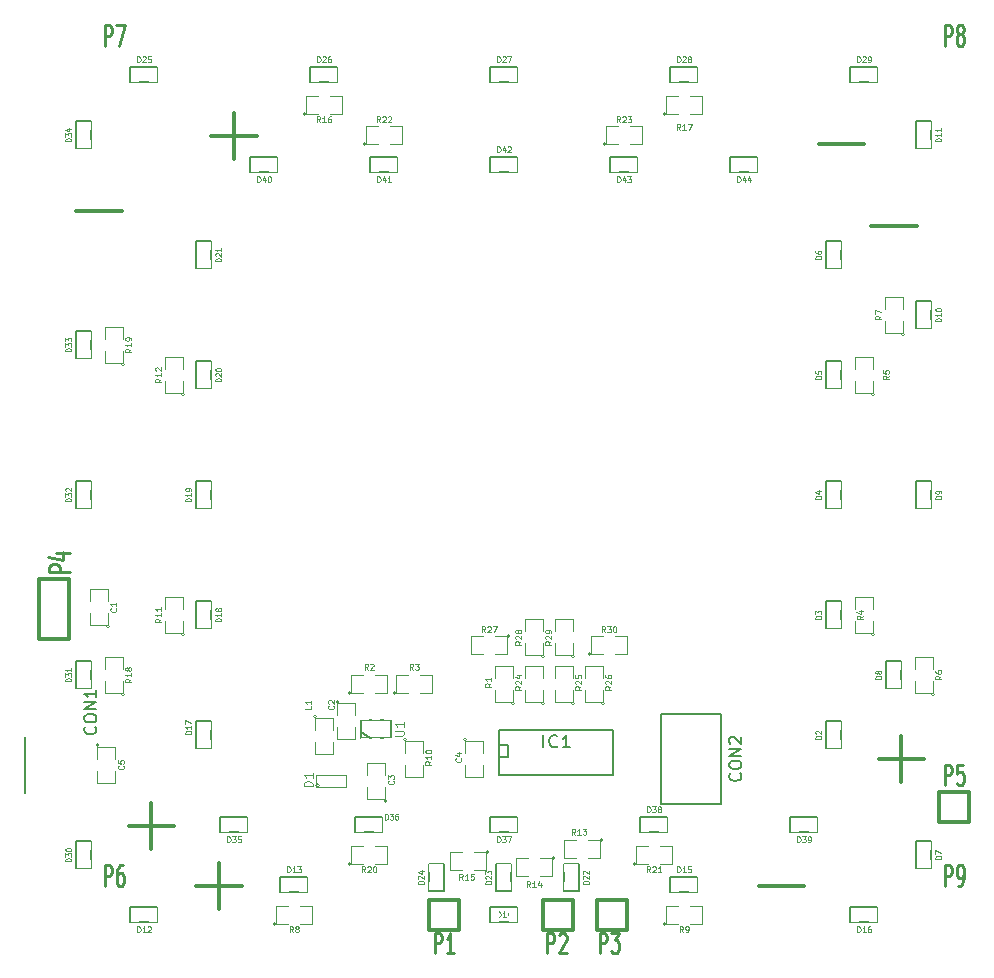
<source format=gto>
G04 (created by PCBNEW (2013-07-07 BZR 4022)-stable) date 10/4/2015 12:30:07 PM*
%MOIN*%
G04 Gerber Fmt 3.4, Leading zero omitted, Abs format*
%FSLAX34Y34*%
G01*
G70*
G90*
G04 APERTURE LIST*
%ADD10C,0.00590551*%
%ADD11C,0.011811*%
%ADD12C,0.00787402*%
%ADD13C,0.005*%
%ADD14C,0.0031*%
%ADD15C,0.0039*%
%ADD16C,0.008*%
%ADD17C,0.012*%
%ADD18C,0.0125*%
%ADD19C,0.003*%
%ADD20C,0.0047*%
%ADD21C,0.0043*%
%ADD22C,0.0045*%
%ADD23C,0.0107*%
%ADD24R,0.0787402X0.015748*%
%ADD25R,0.0551181X0.0629921*%
%ADD26R,0.0748031X0.0748031*%
%ADD27O,0.0629921X0.0354331*%
%ADD28R,0.0276X0.0394*%
%ADD29R,0.0315X0.0394*%
%ADD30R,0.055X0.035*%
%ADD31R,0.035X0.055*%
%ADD32R,0.045X0.025*%
%ADD33R,0.025X0.045*%
%ADD34R,0.06X0.06*%
%ADD35C,0.06*%
%ADD36R,0.055X0.055*%
%ADD37C,0.055*%
%ADD38R,0.02X0.045*%
%ADD39C,0.2*%
G04 APERTURE END LIST*
G54D10*
G54D11*
X67738Y-83047D02*
X69261Y-83047D01*
X68500Y-83809D02*
X68500Y-82285D01*
X90238Y-61047D02*
X91761Y-61047D01*
X63738Y-60547D02*
X65261Y-60547D01*
X68238Y-58047D02*
X69761Y-58047D01*
X69000Y-58809D02*
X69000Y-57285D01*
X65488Y-81047D02*
X67011Y-81047D01*
X66250Y-81809D02*
X66250Y-80285D01*
X90488Y-78797D02*
X92011Y-78797D01*
X91250Y-79559D02*
X91250Y-78035D01*
X86488Y-83047D02*
X88011Y-83047D01*
X88488Y-58297D02*
X90011Y-58297D01*
G54D12*
X62029Y-78055D02*
X62029Y-79944D01*
G54D13*
X73550Y-78100D02*
X73250Y-77900D01*
X74250Y-78100D02*
X73225Y-78100D01*
X73225Y-78100D02*
X73225Y-77500D01*
X73225Y-77500D02*
X74250Y-77500D01*
X74250Y-77500D02*
X74250Y-78100D01*
G54D14*
X71849Y-79688D02*
G75*
G03X71849Y-79688I-62J0D01*
G74*
G01*
X72750Y-79350D02*
X72750Y-79750D01*
X71725Y-79350D02*
X71725Y-79750D01*
X72750Y-79750D02*
X71725Y-79750D01*
X71725Y-79350D02*
X72750Y-79350D01*
G54D15*
X74100Y-80200D02*
G75*
G03X74100Y-80200I-50J0D01*
G74*
G01*
X74050Y-79750D02*
X74050Y-80150D01*
X74050Y-80150D02*
X73450Y-80150D01*
X73450Y-80150D02*
X73450Y-79750D01*
X73450Y-79350D02*
X73450Y-78950D01*
X73450Y-78950D02*
X74050Y-78950D01*
X74050Y-78950D02*
X74050Y-79350D01*
X83400Y-84300D02*
G75*
G03X83400Y-84300I-50J0D01*
G74*
G01*
X83800Y-84300D02*
X83400Y-84300D01*
X83400Y-84300D02*
X83400Y-83700D01*
X83400Y-83700D02*
X83800Y-83700D01*
X84200Y-83700D02*
X84600Y-83700D01*
X84600Y-83700D02*
X84600Y-84300D01*
X84600Y-84300D02*
X84200Y-84300D01*
X70400Y-84300D02*
G75*
G03X70400Y-84300I-50J0D01*
G74*
G01*
X70800Y-84300D02*
X70400Y-84300D01*
X70400Y-84300D02*
X70400Y-83700D01*
X70400Y-83700D02*
X70800Y-83700D01*
X71200Y-83700D02*
X71600Y-83700D01*
X71600Y-83700D02*
X71600Y-84300D01*
X71600Y-84300D02*
X71200Y-84300D01*
X67350Y-74650D02*
G75*
G03X67350Y-74650I-50J0D01*
G74*
G01*
X67300Y-74200D02*
X67300Y-74600D01*
X67300Y-74600D02*
X66700Y-74600D01*
X66700Y-74600D02*
X66700Y-74200D01*
X66700Y-73800D02*
X66700Y-73400D01*
X66700Y-73400D02*
X67300Y-73400D01*
X67300Y-73400D02*
X67300Y-73800D01*
X67350Y-66650D02*
G75*
G03X67350Y-66650I-50J0D01*
G74*
G01*
X67300Y-66200D02*
X67300Y-66600D01*
X67300Y-66600D02*
X66700Y-66600D01*
X66700Y-66600D02*
X66700Y-66200D01*
X66700Y-65800D02*
X66700Y-65400D01*
X66700Y-65400D02*
X67300Y-65400D01*
X67300Y-65400D02*
X67300Y-65800D01*
X71750Y-77400D02*
G75*
G03X71750Y-77400I-50J0D01*
G74*
G01*
X71700Y-77850D02*
X71700Y-77450D01*
X71700Y-77450D02*
X72300Y-77450D01*
X72300Y-77450D02*
X72300Y-77850D01*
X72300Y-78250D02*
X72300Y-78650D01*
X72300Y-78650D02*
X71700Y-78650D01*
X71700Y-78650D02*
X71700Y-78250D01*
X72500Y-76900D02*
G75*
G03X72500Y-76900I-50J0D01*
G74*
G01*
X72450Y-77350D02*
X72450Y-76950D01*
X72450Y-76950D02*
X73050Y-76950D01*
X73050Y-76950D02*
X73050Y-77350D01*
X73050Y-77750D02*
X73050Y-78150D01*
X73050Y-78150D02*
X72450Y-78150D01*
X72450Y-78150D02*
X72450Y-77750D01*
X91350Y-64650D02*
G75*
G03X91350Y-64650I-50J0D01*
G74*
G01*
X91300Y-64200D02*
X91300Y-64600D01*
X91300Y-64600D02*
X90700Y-64600D01*
X90700Y-64600D02*
X90700Y-64200D01*
X90700Y-63800D02*
X90700Y-63400D01*
X90700Y-63400D02*
X91300Y-63400D01*
X91300Y-63400D02*
X91300Y-63800D01*
X92350Y-76650D02*
G75*
G03X92350Y-76650I-50J0D01*
G74*
G01*
X92300Y-76200D02*
X92300Y-76600D01*
X92300Y-76600D02*
X91700Y-76600D01*
X91700Y-76600D02*
X91700Y-76200D01*
X91700Y-75800D02*
X91700Y-75400D01*
X91700Y-75400D02*
X92300Y-75400D01*
X92300Y-75400D02*
X92300Y-75800D01*
X74750Y-78150D02*
G75*
G03X74750Y-78150I-50J0D01*
G74*
G01*
X74700Y-78600D02*
X74700Y-78200D01*
X74700Y-78200D02*
X75300Y-78200D01*
X75300Y-78200D02*
X75300Y-78600D01*
X75300Y-79000D02*
X75300Y-79400D01*
X75300Y-79400D02*
X74700Y-79400D01*
X74700Y-79400D02*
X74700Y-79000D01*
X72900Y-76600D02*
G75*
G03X72900Y-76600I-50J0D01*
G74*
G01*
X73300Y-76600D02*
X72900Y-76600D01*
X72900Y-76600D02*
X72900Y-76000D01*
X72900Y-76000D02*
X73300Y-76000D01*
X73700Y-76000D02*
X74100Y-76000D01*
X74100Y-76000D02*
X74100Y-76600D01*
X74100Y-76600D02*
X73700Y-76600D01*
X74400Y-76600D02*
G75*
G03X74400Y-76600I-50J0D01*
G74*
G01*
X74800Y-76600D02*
X74400Y-76600D01*
X74400Y-76600D02*
X74400Y-76000D01*
X74400Y-76000D02*
X74800Y-76000D01*
X75200Y-76000D02*
X75600Y-76000D01*
X75600Y-76000D02*
X75600Y-76600D01*
X75600Y-76600D02*
X75200Y-76600D01*
X90350Y-66650D02*
G75*
G03X90350Y-66650I-50J0D01*
G74*
G01*
X90300Y-66200D02*
X90300Y-66600D01*
X90300Y-66600D02*
X89700Y-66600D01*
X89700Y-66600D02*
X89700Y-66200D01*
X89700Y-65800D02*
X89700Y-65400D01*
X89700Y-65400D02*
X90300Y-65400D01*
X90300Y-65400D02*
X90300Y-65800D01*
X90350Y-74650D02*
G75*
G03X90350Y-74650I-50J0D01*
G74*
G01*
X90300Y-74200D02*
X90300Y-74600D01*
X90300Y-74600D02*
X89700Y-74600D01*
X89700Y-74600D02*
X89700Y-74200D01*
X89700Y-73800D02*
X89700Y-73400D01*
X89700Y-73400D02*
X90300Y-73400D01*
X90300Y-73400D02*
X90300Y-73800D01*
X78350Y-76950D02*
G75*
G03X78350Y-76950I-50J0D01*
G74*
G01*
X78300Y-76500D02*
X78300Y-76900D01*
X78300Y-76900D02*
X77700Y-76900D01*
X77700Y-76900D02*
X77700Y-76500D01*
X77700Y-76100D02*
X77700Y-75700D01*
X77700Y-75700D02*
X78300Y-75700D01*
X78300Y-75700D02*
X78300Y-76100D01*
X64850Y-74400D02*
G75*
G03X64850Y-74400I-50J0D01*
G74*
G01*
X64800Y-73950D02*
X64800Y-74350D01*
X64800Y-74350D02*
X64200Y-74350D01*
X64200Y-74350D02*
X64200Y-73950D01*
X64200Y-73550D02*
X64200Y-73150D01*
X64200Y-73150D02*
X64800Y-73150D01*
X64800Y-73150D02*
X64800Y-73550D01*
G54D13*
X67750Y-66450D02*
X67750Y-65550D01*
X67750Y-65550D02*
X68250Y-65550D01*
X68250Y-65550D02*
X68250Y-66450D01*
X68250Y-66450D02*
X67750Y-66450D01*
X88750Y-70450D02*
X88750Y-69550D01*
X88750Y-69550D02*
X89250Y-69550D01*
X89250Y-69550D02*
X89250Y-70450D01*
X89250Y-70450D02*
X88750Y-70450D01*
X67750Y-62450D02*
X67750Y-61550D01*
X67750Y-61550D02*
X68250Y-61550D01*
X68250Y-61550D02*
X68250Y-62450D01*
X68250Y-62450D02*
X67750Y-62450D01*
X88750Y-74450D02*
X88750Y-73550D01*
X88750Y-73550D02*
X89250Y-73550D01*
X89250Y-73550D02*
X89250Y-74450D01*
X89250Y-74450D02*
X88750Y-74450D01*
X88750Y-78450D02*
X88750Y-77550D01*
X88750Y-77550D02*
X89250Y-77550D01*
X89250Y-77550D02*
X89250Y-78450D01*
X89250Y-78450D02*
X88750Y-78450D01*
X67750Y-70450D02*
X67750Y-69550D01*
X67750Y-69550D02*
X68250Y-69550D01*
X68250Y-69550D02*
X68250Y-70450D01*
X68250Y-70450D02*
X67750Y-70450D01*
X67750Y-74450D02*
X67750Y-73550D01*
X67750Y-73550D02*
X68250Y-73550D01*
X68250Y-73550D02*
X68250Y-74450D01*
X68250Y-74450D02*
X67750Y-74450D01*
X67750Y-78450D02*
X67750Y-77550D01*
X67750Y-77550D02*
X68250Y-77550D01*
X68250Y-77550D02*
X68250Y-78450D01*
X68250Y-78450D02*
X67750Y-78450D01*
X89550Y-83750D02*
X90450Y-83750D01*
X90450Y-83750D02*
X90450Y-84250D01*
X90450Y-84250D02*
X89550Y-84250D01*
X89550Y-84250D02*
X89550Y-83750D01*
X83550Y-82750D02*
X84450Y-82750D01*
X84450Y-82750D02*
X84450Y-83250D01*
X84450Y-83250D02*
X83550Y-83250D01*
X83550Y-83250D02*
X83550Y-82750D01*
X77550Y-83750D02*
X78450Y-83750D01*
X78450Y-83750D02*
X78450Y-84250D01*
X78450Y-84250D02*
X77550Y-84250D01*
X77550Y-84250D02*
X77550Y-83750D01*
X70550Y-82750D02*
X71450Y-82750D01*
X71450Y-82750D02*
X71450Y-83250D01*
X71450Y-83250D02*
X70550Y-83250D01*
X70550Y-83250D02*
X70550Y-82750D01*
X65550Y-83750D02*
X66450Y-83750D01*
X66450Y-83750D02*
X66450Y-84250D01*
X66450Y-84250D02*
X65550Y-84250D01*
X65550Y-84250D02*
X65550Y-83750D01*
X91750Y-58450D02*
X91750Y-57550D01*
X91750Y-57550D02*
X92250Y-57550D01*
X92250Y-57550D02*
X92250Y-58450D01*
X92250Y-58450D02*
X91750Y-58450D01*
X91750Y-64450D02*
X91750Y-63550D01*
X91750Y-63550D02*
X92250Y-63550D01*
X92250Y-63550D02*
X92250Y-64450D01*
X92250Y-64450D02*
X91750Y-64450D01*
X91750Y-70450D02*
X91750Y-69550D01*
X91750Y-69550D02*
X92250Y-69550D01*
X92250Y-69550D02*
X92250Y-70450D01*
X92250Y-70450D02*
X91750Y-70450D01*
X90750Y-76450D02*
X90750Y-75550D01*
X90750Y-75550D02*
X91250Y-75550D01*
X91250Y-75550D02*
X91250Y-76450D01*
X91250Y-76450D02*
X90750Y-76450D01*
X91750Y-82450D02*
X91750Y-81550D01*
X91750Y-81550D02*
X92250Y-81550D01*
X92250Y-81550D02*
X92250Y-82450D01*
X92250Y-82450D02*
X91750Y-82450D01*
X88750Y-62450D02*
X88750Y-61550D01*
X88750Y-61550D02*
X89250Y-61550D01*
X89250Y-61550D02*
X89250Y-62450D01*
X89250Y-62450D02*
X88750Y-62450D01*
X88750Y-66450D02*
X88750Y-65550D01*
X88750Y-65550D02*
X89250Y-65550D01*
X89250Y-65550D02*
X89250Y-66450D01*
X89250Y-66450D02*
X88750Y-66450D01*
G54D16*
X83250Y-80300D02*
X83250Y-77300D01*
X85250Y-77300D02*
X85250Y-80300D01*
X85250Y-80300D02*
X83250Y-80300D01*
X83250Y-77300D02*
X85250Y-77300D01*
G54D15*
X81300Y-81500D02*
G75*
G03X81300Y-81500I-50J0D01*
G74*
G01*
X80800Y-81500D02*
X81200Y-81500D01*
X81200Y-81500D02*
X81200Y-82100D01*
X81200Y-82100D02*
X80800Y-82100D01*
X80400Y-82100D02*
X80000Y-82100D01*
X80000Y-82100D02*
X80000Y-81500D01*
X80000Y-81500D02*
X80400Y-81500D01*
X79700Y-82100D02*
G75*
G03X79700Y-82100I-50J0D01*
G74*
G01*
X79200Y-82100D02*
X79600Y-82100D01*
X79600Y-82100D02*
X79600Y-82700D01*
X79600Y-82700D02*
X79200Y-82700D01*
X78800Y-82700D02*
X78400Y-82700D01*
X78400Y-82700D02*
X78400Y-82100D01*
X78400Y-82100D02*
X78800Y-82100D01*
X77500Y-81900D02*
G75*
G03X77500Y-81900I-50J0D01*
G74*
G01*
X77000Y-81900D02*
X77400Y-81900D01*
X77400Y-81900D02*
X77400Y-82500D01*
X77400Y-82500D02*
X77000Y-82500D01*
X76600Y-82500D02*
X76200Y-82500D01*
X76200Y-82500D02*
X76200Y-81900D01*
X76200Y-81900D02*
X76600Y-81900D01*
G54D13*
X80500Y-82300D02*
X80500Y-83200D01*
X80500Y-83200D02*
X80000Y-83200D01*
X80000Y-83200D02*
X80000Y-82300D01*
X80000Y-82300D02*
X80500Y-82300D01*
X78250Y-82300D02*
X78250Y-83200D01*
X78250Y-83200D02*
X77750Y-83200D01*
X77750Y-83200D02*
X77750Y-82300D01*
X77750Y-82300D02*
X78250Y-82300D01*
X76000Y-82300D02*
X76000Y-83200D01*
X76000Y-83200D02*
X75500Y-83200D01*
X75500Y-83200D02*
X75500Y-82300D01*
X75500Y-82300D02*
X76000Y-82300D01*
G54D15*
X81400Y-58300D02*
G75*
G03X81400Y-58300I-50J0D01*
G74*
G01*
X81800Y-58300D02*
X81400Y-58300D01*
X81400Y-58300D02*
X81400Y-57700D01*
X81400Y-57700D02*
X81800Y-57700D01*
X82200Y-57700D02*
X82600Y-57700D01*
X82600Y-57700D02*
X82600Y-58300D01*
X82600Y-58300D02*
X82200Y-58300D01*
X73400Y-58300D02*
G75*
G03X73400Y-58300I-50J0D01*
G74*
G01*
X73800Y-58300D02*
X73400Y-58300D01*
X73400Y-58300D02*
X73400Y-57700D01*
X73400Y-57700D02*
X73800Y-57700D01*
X74200Y-57700D02*
X74600Y-57700D01*
X74600Y-57700D02*
X74600Y-58300D01*
X74600Y-58300D02*
X74200Y-58300D01*
X71400Y-57300D02*
G75*
G03X71400Y-57300I-50J0D01*
G74*
G01*
X71800Y-57300D02*
X71400Y-57300D01*
X71400Y-57300D02*
X71400Y-56700D01*
X71400Y-56700D02*
X71800Y-56700D01*
X72200Y-56700D02*
X72600Y-56700D01*
X72600Y-56700D02*
X72600Y-57300D01*
X72600Y-57300D02*
X72200Y-57300D01*
X83400Y-57300D02*
G75*
G03X83400Y-57300I-50J0D01*
G74*
G01*
X83800Y-57300D02*
X83400Y-57300D01*
X83400Y-57300D02*
X83400Y-56700D01*
X83400Y-56700D02*
X83800Y-56700D01*
X84200Y-56700D02*
X84600Y-56700D01*
X84600Y-56700D02*
X84600Y-57300D01*
X84600Y-57300D02*
X84200Y-57300D01*
X82400Y-82300D02*
G75*
G03X82400Y-82300I-50J0D01*
G74*
G01*
X82800Y-82300D02*
X82400Y-82300D01*
X82400Y-82300D02*
X82400Y-81700D01*
X82400Y-81700D02*
X82800Y-81700D01*
X83200Y-81700D02*
X83600Y-81700D01*
X83600Y-81700D02*
X83600Y-82300D01*
X83600Y-82300D02*
X83200Y-82300D01*
X72900Y-82300D02*
G75*
G03X72900Y-82300I-50J0D01*
G74*
G01*
X73300Y-82300D02*
X72900Y-82300D01*
X72900Y-82300D02*
X72900Y-81700D01*
X72900Y-81700D02*
X73300Y-81700D01*
X73700Y-81700D02*
X74100Y-81700D01*
X74100Y-81700D02*
X74100Y-82300D01*
X74100Y-82300D02*
X73700Y-82300D01*
X65350Y-76650D02*
G75*
G03X65350Y-76650I-50J0D01*
G74*
G01*
X65300Y-76200D02*
X65300Y-76600D01*
X65300Y-76600D02*
X64700Y-76600D01*
X64700Y-76600D02*
X64700Y-76200D01*
X64700Y-75800D02*
X64700Y-75400D01*
X64700Y-75400D02*
X65300Y-75400D01*
X65300Y-75400D02*
X65300Y-75800D01*
X65350Y-65650D02*
G75*
G03X65350Y-65650I-50J0D01*
G74*
G01*
X65300Y-65200D02*
X65300Y-65600D01*
X65300Y-65600D02*
X64700Y-65600D01*
X64700Y-65600D02*
X64700Y-65200D01*
X64700Y-64800D02*
X64700Y-64400D01*
X64700Y-64400D02*
X65300Y-64400D01*
X65300Y-64400D02*
X65300Y-64800D01*
G54D13*
X68550Y-80750D02*
X69450Y-80750D01*
X69450Y-80750D02*
X69450Y-81250D01*
X69450Y-81250D02*
X68550Y-81250D01*
X68550Y-81250D02*
X68550Y-80750D01*
X85550Y-58750D02*
X86450Y-58750D01*
X86450Y-58750D02*
X86450Y-59250D01*
X86450Y-59250D02*
X85550Y-59250D01*
X85550Y-59250D02*
X85550Y-58750D01*
X81550Y-58750D02*
X82450Y-58750D01*
X82450Y-58750D02*
X82450Y-59250D01*
X82450Y-59250D02*
X81550Y-59250D01*
X81550Y-59250D02*
X81550Y-58750D01*
X77550Y-58750D02*
X78450Y-58750D01*
X78450Y-58750D02*
X78450Y-59250D01*
X78450Y-59250D02*
X77550Y-59250D01*
X77550Y-59250D02*
X77550Y-58750D01*
X73550Y-58750D02*
X74450Y-58750D01*
X74450Y-58750D02*
X74450Y-59250D01*
X74450Y-59250D02*
X73550Y-59250D01*
X73550Y-59250D02*
X73550Y-58750D01*
X69550Y-58750D02*
X70450Y-58750D01*
X70450Y-58750D02*
X70450Y-59250D01*
X70450Y-59250D02*
X69550Y-59250D01*
X69550Y-59250D02*
X69550Y-58750D01*
X87550Y-80750D02*
X88450Y-80750D01*
X88450Y-80750D02*
X88450Y-81250D01*
X88450Y-81250D02*
X87550Y-81250D01*
X87550Y-81250D02*
X87550Y-80750D01*
X82550Y-80750D02*
X83450Y-80750D01*
X83450Y-80750D02*
X83450Y-81250D01*
X83450Y-81250D02*
X82550Y-81250D01*
X82550Y-81250D02*
X82550Y-80750D01*
X77550Y-80750D02*
X78450Y-80750D01*
X78450Y-80750D02*
X78450Y-81250D01*
X78450Y-81250D02*
X77550Y-81250D01*
X77550Y-81250D02*
X77550Y-80750D01*
X73050Y-80750D02*
X73950Y-80750D01*
X73950Y-80750D02*
X73950Y-81250D01*
X73950Y-81250D02*
X73050Y-81250D01*
X73050Y-81250D02*
X73050Y-80750D01*
X65550Y-55750D02*
X66450Y-55750D01*
X66450Y-55750D02*
X66450Y-56250D01*
X66450Y-56250D02*
X65550Y-56250D01*
X65550Y-56250D02*
X65550Y-55750D01*
X63750Y-58450D02*
X63750Y-57550D01*
X63750Y-57550D02*
X64250Y-57550D01*
X64250Y-57550D02*
X64250Y-58450D01*
X64250Y-58450D02*
X63750Y-58450D01*
X63750Y-65450D02*
X63750Y-64550D01*
X63750Y-64550D02*
X64250Y-64550D01*
X64250Y-64550D02*
X64250Y-65450D01*
X64250Y-65450D02*
X63750Y-65450D01*
X63750Y-70450D02*
X63750Y-69550D01*
X63750Y-69550D02*
X64250Y-69550D01*
X64250Y-69550D02*
X64250Y-70450D01*
X64250Y-70450D02*
X63750Y-70450D01*
X63750Y-76450D02*
X63750Y-75550D01*
X63750Y-75550D02*
X64250Y-75550D01*
X64250Y-75550D02*
X64250Y-76450D01*
X64250Y-76450D02*
X63750Y-76450D01*
X63750Y-82450D02*
X63750Y-81550D01*
X63750Y-81550D02*
X64250Y-81550D01*
X64250Y-81550D02*
X64250Y-82450D01*
X64250Y-82450D02*
X63750Y-82450D01*
X89550Y-55750D02*
X90450Y-55750D01*
X90450Y-55750D02*
X90450Y-56250D01*
X90450Y-56250D02*
X89550Y-56250D01*
X89550Y-56250D02*
X89550Y-55750D01*
X83550Y-55750D02*
X84450Y-55750D01*
X84450Y-55750D02*
X84450Y-56250D01*
X84450Y-56250D02*
X83550Y-56250D01*
X83550Y-56250D02*
X83550Y-55750D01*
X77550Y-55750D02*
X78450Y-55750D01*
X78450Y-55750D02*
X78450Y-56250D01*
X78450Y-56250D02*
X77550Y-56250D01*
X77550Y-56250D02*
X77550Y-55750D01*
X71550Y-55750D02*
X72450Y-55750D01*
X72450Y-55750D02*
X72450Y-56250D01*
X72450Y-56250D02*
X71550Y-56250D01*
X71550Y-56250D02*
X71550Y-55750D01*
G54D15*
X79350Y-76950D02*
G75*
G03X79350Y-76950I-50J0D01*
G74*
G01*
X79300Y-76500D02*
X79300Y-76900D01*
X79300Y-76900D02*
X78700Y-76900D01*
X78700Y-76900D02*
X78700Y-76500D01*
X78700Y-76100D02*
X78700Y-75700D01*
X78700Y-75700D02*
X79300Y-75700D01*
X79300Y-75700D02*
X79300Y-76100D01*
X80350Y-76950D02*
G75*
G03X80350Y-76950I-50J0D01*
G74*
G01*
X80300Y-76500D02*
X80300Y-76900D01*
X80300Y-76900D02*
X79700Y-76900D01*
X79700Y-76900D02*
X79700Y-76500D01*
X79700Y-76100D02*
X79700Y-75700D01*
X79700Y-75700D02*
X80300Y-75700D01*
X80300Y-75700D02*
X80300Y-76100D01*
X81350Y-76950D02*
G75*
G03X81350Y-76950I-50J0D01*
G74*
G01*
X81300Y-76500D02*
X81300Y-76900D01*
X81300Y-76900D02*
X80700Y-76900D01*
X80700Y-76900D02*
X80700Y-76500D01*
X80700Y-76100D02*
X80700Y-75700D01*
X80700Y-75700D02*
X81300Y-75700D01*
X81300Y-75700D02*
X81300Y-76100D01*
X78200Y-74700D02*
G75*
G03X78200Y-74700I-50J0D01*
G74*
G01*
X77700Y-74700D02*
X78100Y-74700D01*
X78100Y-74700D02*
X78100Y-75300D01*
X78100Y-75300D02*
X77700Y-75300D01*
X77300Y-75300D02*
X76900Y-75300D01*
X76900Y-75300D02*
X76900Y-74700D01*
X76900Y-74700D02*
X77300Y-74700D01*
X79350Y-75400D02*
G75*
G03X79350Y-75400I-50J0D01*
G74*
G01*
X79300Y-74950D02*
X79300Y-75350D01*
X79300Y-75350D02*
X78700Y-75350D01*
X78700Y-75350D02*
X78700Y-74950D01*
X78700Y-74550D02*
X78700Y-74150D01*
X78700Y-74150D02*
X79300Y-74150D01*
X79300Y-74150D02*
X79300Y-74550D01*
X80350Y-75400D02*
G75*
G03X80350Y-75400I-50J0D01*
G74*
G01*
X80300Y-74950D02*
X80300Y-75350D01*
X80300Y-75350D02*
X79700Y-75350D01*
X79700Y-75350D02*
X79700Y-74950D01*
X79700Y-74550D02*
X79700Y-74150D01*
X79700Y-74150D02*
X80300Y-74150D01*
X80300Y-74150D02*
X80300Y-74550D01*
X80900Y-75300D02*
G75*
G03X80900Y-75300I-50J0D01*
G74*
G01*
X81300Y-75300D02*
X80900Y-75300D01*
X80900Y-75300D02*
X80900Y-74700D01*
X80900Y-74700D02*
X81300Y-74700D01*
X81700Y-74700D02*
X82100Y-74700D01*
X82100Y-74700D02*
X82100Y-75300D01*
X82100Y-75300D02*
X81700Y-75300D01*
X76750Y-78150D02*
G75*
G03X76750Y-78150I-50J0D01*
G74*
G01*
X76700Y-78600D02*
X76700Y-78200D01*
X76700Y-78200D02*
X77300Y-78200D01*
X77300Y-78200D02*
X77300Y-78600D01*
X77300Y-79000D02*
X77300Y-79400D01*
X77300Y-79400D02*
X76700Y-79400D01*
X76700Y-79400D02*
X76700Y-79000D01*
G54D17*
X62500Y-72800D02*
X63500Y-72800D01*
X63500Y-72800D02*
X63500Y-74800D01*
X63500Y-74800D02*
X62500Y-74800D01*
X62500Y-74800D02*
X62500Y-72800D01*
G54D18*
X76500Y-83500D02*
X75500Y-83500D01*
X76500Y-84500D02*
X75500Y-84500D01*
G54D17*
X76500Y-83500D02*
X76500Y-84500D01*
X75500Y-84500D02*
X75500Y-83500D01*
G54D18*
X79300Y-84500D02*
X80300Y-84500D01*
X79300Y-83500D02*
X80300Y-83500D01*
G54D17*
X79300Y-84500D02*
X79300Y-83500D01*
X80300Y-83500D02*
X80300Y-84500D01*
G54D18*
X81100Y-84500D02*
X82100Y-84500D01*
X81100Y-83500D02*
X82100Y-83500D01*
G54D17*
X81100Y-84500D02*
X81100Y-83500D01*
X82100Y-83500D02*
X82100Y-84500D01*
G54D18*
X92500Y-80900D02*
X93500Y-80900D01*
X92500Y-79900D02*
X93500Y-79900D01*
G54D17*
X92500Y-80900D02*
X92500Y-79900D01*
X93500Y-79900D02*
X93500Y-80900D01*
G54D16*
X77850Y-77850D02*
X81650Y-77850D01*
X81650Y-77850D02*
X81650Y-79350D01*
X81650Y-79350D02*
X77850Y-79350D01*
X77850Y-79350D02*
X77850Y-77850D01*
X77850Y-78350D02*
X78150Y-78350D01*
X78150Y-78350D02*
X78150Y-78750D01*
X78150Y-78750D02*
X77850Y-78750D01*
G54D15*
X64500Y-78350D02*
G75*
G03X64500Y-78350I-50J0D01*
G74*
G01*
X64450Y-78800D02*
X64450Y-78400D01*
X64450Y-78400D02*
X65050Y-78400D01*
X65050Y-78400D02*
X65050Y-78800D01*
X65050Y-79200D02*
X65050Y-79600D01*
X65050Y-79600D02*
X64450Y-79600D01*
X64450Y-79600D02*
X64450Y-79200D01*
G54D16*
X64373Y-77735D02*
X64392Y-77754D01*
X64411Y-77811D01*
X64411Y-77850D01*
X64392Y-77907D01*
X64354Y-77945D01*
X64316Y-77964D01*
X64240Y-77983D01*
X64183Y-77983D01*
X64107Y-77964D01*
X64069Y-77945D01*
X64030Y-77907D01*
X64011Y-77850D01*
X64011Y-77811D01*
X64030Y-77754D01*
X64050Y-77735D01*
X64011Y-77488D02*
X64011Y-77411D01*
X64030Y-77373D01*
X64069Y-77335D01*
X64145Y-77316D01*
X64278Y-77316D01*
X64354Y-77335D01*
X64392Y-77373D01*
X64411Y-77411D01*
X64411Y-77488D01*
X64392Y-77526D01*
X64354Y-77564D01*
X64278Y-77583D01*
X64145Y-77583D01*
X64069Y-77564D01*
X64030Y-77526D01*
X64011Y-77488D01*
X64411Y-77145D02*
X64011Y-77145D01*
X64411Y-76916D01*
X64011Y-76916D01*
X64411Y-76516D02*
X64411Y-76745D01*
X64411Y-76630D02*
X64011Y-76630D01*
X64069Y-76669D01*
X64107Y-76707D01*
X64126Y-76745D01*
G54D19*
X74358Y-78028D02*
X74601Y-78028D01*
X74629Y-78014D01*
X74644Y-78000D01*
X74658Y-77971D01*
X74658Y-77914D01*
X74644Y-77885D01*
X74629Y-77871D01*
X74601Y-77857D01*
X74358Y-77857D01*
X74658Y-77557D02*
X74658Y-77728D01*
X74658Y-77642D02*
X74358Y-77642D01*
X74401Y-77671D01*
X74429Y-77700D01*
X74444Y-77728D01*
G54D20*
X71621Y-79721D02*
X71321Y-79721D01*
X71321Y-79650D01*
X71335Y-79607D01*
X71364Y-79578D01*
X71392Y-79564D01*
X71450Y-79550D01*
X71492Y-79550D01*
X71550Y-79564D01*
X71578Y-79578D01*
X71607Y-79607D01*
X71621Y-79650D01*
X71621Y-79721D01*
X71621Y-79264D02*
X71621Y-79435D01*
X71621Y-79350D02*
X71321Y-79350D01*
X71364Y-79378D01*
X71392Y-79407D01*
X71407Y-79435D01*
G54D21*
X74310Y-79532D02*
X74320Y-79542D01*
X74329Y-79570D01*
X74329Y-79589D01*
X74320Y-79617D01*
X74301Y-79636D01*
X74282Y-79645D01*
X74245Y-79654D01*
X74217Y-79654D01*
X74179Y-79645D01*
X74160Y-79636D01*
X74142Y-79617D01*
X74132Y-79589D01*
X74132Y-79570D01*
X74142Y-79542D01*
X74151Y-79532D01*
X74132Y-79467D02*
X74132Y-79345D01*
X74207Y-79410D01*
X74207Y-79382D01*
X74217Y-79363D01*
X74226Y-79354D01*
X74245Y-79345D01*
X74292Y-79345D01*
X74310Y-79354D01*
X74320Y-79363D01*
X74329Y-79382D01*
X74329Y-79439D01*
X74320Y-79457D01*
X74310Y-79467D01*
X83967Y-84579D02*
X83901Y-84485D01*
X83854Y-84579D02*
X83854Y-84382D01*
X83929Y-84382D01*
X83948Y-84392D01*
X83957Y-84401D01*
X83967Y-84420D01*
X83967Y-84448D01*
X83957Y-84467D01*
X83948Y-84476D01*
X83929Y-84485D01*
X83854Y-84485D01*
X84060Y-84579D02*
X84098Y-84579D01*
X84117Y-84570D01*
X84126Y-84560D01*
X84145Y-84532D01*
X84154Y-84495D01*
X84154Y-84420D01*
X84145Y-84401D01*
X84136Y-84392D01*
X84117Y-84382D01*
X84079Y-84382D01*
X84060Y-84392D01*
X84051Y-84401D01*
X84042Y-84420D01*
X84042Y-84467D01*
X84051Y-84485D01*
X84060Y-84495D01*
X84079Y-84504D01*
X84117Y-84504D01*
X84136Y-84495D01*
X84145Y-84485D01*
X84154Y-84467D01*
X70967Y-84579D02*
X70901Y-84485D01*
X70854Y-84579D02*
X70854Y-84382D01*
X70929Y-84382D01*
X70948Y-84392D01*
X70957Y-84401D01*
X70967Y-84420D01*
X70967Y-84448D01*
X70957Y-84467D01*
X70948Y-84476D01*
X70929Y-84485D01*
X70854Y-84485D01*
X71079Y-84467D02*
X71060Y-84457D01*
X71051Y-84448D01*
X71042Y-84429D01*
X71042Y-84420D01*
X71051Y-84401D01*
X71060Y-84392D01*
X71079Y-84382D01*
X71117Y-84382D01*
X71136Y-84392D01*
X71145Y-84401D01*
X71154Y-84420D01*
X71154Y-84429D01*
X71145Y-84448D01*
X71136Y-84457D01*
X71117Y-84467D01*
X71079Y-84467D01*
X71060Y-84476D01*
X71051Y-84485D01*
X71042Y-84504D01*
X71042Y-84542D01*
X71051Y-84560D01*
X71060Y-84570D01*
X71079Y-84579D01*
X71117Y-84579D01*
X71136Y-84570D01*
X71145Y-84560D01*
X71154Y-84542D01*
X71154Y-84504D01*
X71145Y-84485D01*
X71136Y-84476D01*
X71117Y-84467D01*
X66579Y-74126D02*
X66485Y-74192D01*
X66579Y-74239D02*
X66382Y-74239D01*
X66382Y-74164D01*
X66392Y-74145D01*
X66401Y-74136D01*
X66420Y-74126D01*
X66448Y-74126D01*
X66467Y-74136D01*
X66476Y-74145D01*
X66485Y-74164D01*
X66485Y-74239D01*
X66579Y-73939D02*
X66579Y-74051D01*
X66579Y-73995D02*
X66382Y-73995D01*
X66410Y-74014D01*
X66429Y-74032D01*
X66439Y-74051D01*
X66579Y-73751D02*
X66579Y-73863D01*
X66579Y-73807D02*
X66382Y-73807D01*
X66410Y-73826D01*
X66429Y-73845D01*
X66439Y-73863D01*
X66579Y-66126D02*
X66485Y-66192D01*
X66579Y-66239D02*
X66382Y-66239D01*
X66382Y-66164D01*
X66392Y-66145D01*
X66401Y-66136D01*
X66420Y-66126D01*
X66448Y-66126D01*
X66467Y-66136D01*
X66476Y-66145D01*
X66485Y-66164D01*
X66485Y-66239D01*
X66579Y-65939D02*
X66579Y-66051D01*
X66579Y-65995D02*
X66382Y-65995D01*
X66410Y-66014D01*
X66429Y-66032D01*
X66439Y-66051D01*
X66401Y-65863D02*
X66392Y-65854D01*
X66382Y-65835D01*
X66382Y-65788D01*
X66392Y-65770D01*
X66401Y-65760D01*
X66420Y-65751D01*
X66439Y-65751D01*
X66467Y-65760D01*
X66579Y-65873D01*
X66579Y-65751D01*
X71579Y-77032D02*
X71579Y-77126D01*
X71382Y-77126D01*
X71579Y-76863D02*
X71579Y-76976D01*
X71579Y-76920D02*
X71382Y-76920D01*
X71410Y-76939D01*
X71429Y-76957D01*
X71439Y-76976D01*
X72310Y-77032D02*
X72320Y-77042D01*
X72329Y-77070D01*
X72329Y-77089D01*
X72320Y-77117D01*
X72301Y-77136D01*
X72282Y-77145D01*
X72245Y-77154D01*
X72217Y-77154D01*
X72179Y-77145D01*
X72160Y-77136D01*
X72142Y-77117D01*
X72132Y-77089D01*
X72132Y-77070D01*
X72142Y-77042D01*
X72151Y-77032D01*
X72151Y-76957D02*
X72142Y-76948D01*
X72132Y-76929D01*
X72132Y-76882D01*
X72142Y-76863D01*
X72151Y-76854D01*
X72170Y-76845D01*
X72189Y-76845D01*
X72217Y-76854D01*
X72329Y-76967D01*
X72329Y-76845D01*
X90579Y-64032D02*
X90485Y-64098D01*
X90579Y-64145D02*
X90382Y-64145D01*
X90382Y-64070D01*
X90392Y-64051D01*
X90401Y-64042D01*
X90420Y-64032D01*
X90448Y-64032D01*
X90467Y-64042D01*
X90476Y-64051D01*
X90485Y-64070D01*
X90485Y-64145D01*
X90382Y-63967D02*
X90382Y-63835D01*
X90579Y-63920D01*
X92579Y-76032D02*
X92485Y-76098D01*
X92579Y-76145D02*
X92382Y-76145D01*
X92382Y-76070D01*
X92392Y-76051D01*
X92401Y-76042D01*
X92420Y-76032D01*
X92448Y-76032D01*
X92467Y-76042D01*
X92476Y-76051D01*
X92485Y-76070D01*
X92485Y-76145D01*
X92382Y-75863D02*
X92382Y-75901D01*
X92392Y-75920D01*
X92401Y-75929D01*
X92429Y-75948D01*
X92467Y-75957D01*
X92542Y-75957D01*
X92560Y-75948D01*
X92570Y-75939D01*
X92579Y-75920D01*
X92579Y-75882D01*
X92570Y-75863D01*
X92560Y-75854D01*
X92542Y-75845D01*
X92495Y-75845D01*
X92476Y-75854D01*
X92467Y-75863D01*
X92457Y-75882D01*
X92457Y-75920D01*
X92467Y-75939D01*
X92476Y-75948D01*
X92495Y-75957D01*
X75579Y-78876D02*
X75485Y-78942D01*
X75579Y-78989D02*
X75382Y-78989D01*
X75382Y-78914D01*
X75392Y-78895D01*
X75401Y-78886D01*
X75420Y-78876D01*
X75448Y-78876D01*
X75467Y-78886D01*
X75476Y-78895D01*
X75485Y-78914D01*
X75485Y-78989D01*
X75579Y-78689D02*
X75579Y-78801D01*
X75579Y-78745D02*
X75382Y-78745D01*
X75410Y-78764D01*
X75429Y-78782D01*
X75439Y-78801D01*
X75382Y-78567D02*
X75382Y-78548D01*
X75392Y-78529D01*
X75401Y-78520D01*
X75420Y-78510D01*
X75457Y-78501D01*
X75504Y-78501D01*
X75542Y-78510D01*
X75560Y-78520D01*
X75570Y-78529D01*
X75579Y-78548D01*
X75579Y-78567D01*
X75570Y-78585D01*
X75560Y-78595D01*
X75542Y-78604D01*
X75504Y-78613D01*
X75457Y-78613D01*
X75420Y-78604D01*
X75401Y-78595D01*
X75392Y-78585D01*
X75382Y-78567D01*
X73467Y-75829D02*
X73401Y-75735D01*
X73354Y-75829D02*
X73354Y-75632D01*
X73429Y-75632D01*
X73448Y-75642D01*
X73457Y-75651D01*
X73467Y-75670D01*
X73467Y-75698D01*
X73457Y-75717D01*
X73448Y-75726D01*
X73429Y-75735D01*
X73354Y-75735D01*
X73542Y-75651D02*
X73551Y-75642D01*
X73570Y-75632D01*
X73617Y-75632D01*
X73636Y-75642D01*
X73645Y-75651D01*
X73654Y-75670D01*
X73654Y-75689D01*
X73645Y-75717D01*
X73532Y-75829D01*
X73654Y-75829D01*
X74967Y-75829D02*
X74901Y-75735D01*
X74854Y-75829D02*
X74854Y-75632D01*
X74929Y-75632D01*
X74948Y-75642D01*
X74957Y-75651D01*
X74967Y-75670D01*
X74967Y-75698D01*
X74957Y-75717D01*
X74948Y-75726D01*
X74929Y-75735D01*
X74854Y-75735D01*
X75032Y-75632D02*
X75154Y-75632D01*
X75089Y-75707D01*
X75117Y-75707D01*
X75136Y-75717D01*
X75145Y-75726D01*
X75154Y-75745D01*
X75154Y-75792D01*
X75145Y-75810D01*
X75136Y-75820D01*
X75117Y-75829D01*
X75060Y-75829D01*
X75042Y-75820D01*
X75032Y-75810D01*
X90829Y-66032D02*
X90735Y-66098D01*
X90829Y-66145D02*
X90632Y-66145D01*
X90632Y-66070D01*
X90642Y-66051D01*
X90651Y-66042D01*
X90670Y-66032D01*
X90698Y-66032D01*
X90717Y-66042D01*
X90726Y-66051D01*
X90735Y-66070D01*
X90735Y-66145D01*
X90632Y-65854D02*
X90632Y-65948D01*
X90726Y-65957D01*
X90717Y-65948D01*
X90707Y-65929D01*
X90707Y-65882D01*
X90717Y-65863D01*
X90726Y-65854D01*
X90745Y-65845D01*
X90792Y-65845D01*
X90810Y-65854D01*
X90820Y-65863D01*
X90829Y-65882D01*
X90829Y-65929D01*
X90820Y-65948D01*
X90810Y-65957D01*
X89954Y-74032D02*
X89860Y-74098D01*
X89954Y-74145D02*
X89757Y-74145D01*
X89757Y-74070D01*
X89767Y-74051D01*
X89776Y-74042D01*
X89795Y-74032D01*
X89823Y-74032D01*
X89842Y-74042D01*
X89851Y-74051D01*
X89860Y-74070D01*
X89860Y-74145D01*
X89823Y-73863D02*
X89954Y-73863D01*
X89748Y-73910D02*
X89889Y-73957D01*
X89889Y-73835D01*
X77579Y-76282D02*
X77485Y-76348D01*
X77579Y-76395D02*
X77382Y-76395D01*
X77382Y-76320D01*
X77392Y-76301D01*
X77401Y-76292D01*
X77420Y-76282D01*
X77448Y-76282D01*
X77467Y-76292D01*
X77476Y-76301D01*
X77485Y-76320D01*
X77485Y-76395D01*
X77579Y-76095D02*
X77579Y-76207D01*
X77579Y-76151D02*
X77382Y-76151D01*
X77410Y-76170D01*
X77429Y-76189D01*
X77439Y-76207D01*
X65060Y-73782D02*
X65070Y-73792D01*
X65079Y-73820D01*
X65079Y-73839D01*
X65070Y-73867D01*
X65051Y-73886D01*
X65032Y-73895D01*
X64995Y-73904D01*
X64967Y-73904D01*
X64929Y-73895D01*
X64910Y-73886D01*
X64892Y-73867D01*
X64882Y-73839D01*
X64882Y-73820D01*
X64892Y-73792D01*
X64901Y-73782D01*
X65079Y-73595D02*
X65079Y-73707D01*
X65079Y-73651D02*
X64882Y-73651D01*
X64910Y-73670D01*
X64929Y-73689D01*
X64939Y-73707D01*
G54D22*
X68580Y-66218D02*
X68380Y-66218D01*
X68380Y-66175D01*
X68390Y-66150D01*
X68409Y-66132D01*
X68428Y-66124D01*
X68466Y-66115D01*
X68495Y-66115D01*
X68533Y-66124D01*
X68552Y-66132D01*
X68571Y-66150D01*
X68580Y-66175D01*
X68580Y-66218D01*
X68400Y-66047D02*
X68390Y-66038D01*
X68380Y-66021D01*
X68380Y-65978D01*
X68390Y-65961D01*
X68400Y-65952D01*
X68419Y-65944D01*
X68438Y-65944D01*
X68466Y-65952D01*
X68580Y-66055D01*
X68580Y-65944D01*
X68380Y-65832D02*
X68380Y-65815D01*
X68390Y-65798D01*
X68400Y-65790D01*
X68419Y-65781D01*
X68457Y-65772D01*
X68504Y-65772D01*
X68542Y-65781D01*
X68561Y-65790D01*
X68571Y-65798D01*
X68580Y-65815D01*
X68580Y-65832D01*
X68571Y-65850D01*
X68561Y-65858D01*
X68542Y-65867D01*
X68504Y-65875D01*
X68457Y-65875D01*
X68419Y-65867D01*
X68400Y-65858D01*
X68390Y-65850D01*
X68380Y-65832D01*
X88580Y-70132D02*
X88380Y-70132D01*
X88380Y-70090D01*
X88390Y-70064D01*
X88409Y-70047D01*
X88428Y-70038D01*
X88466Y-70030D01*
X88495Y-70030D01*
X88533Y-70038D01*
X88552Y-70047D01*
X88571Y-70064D01*
X88580Y-70090D01*
X88580Y-70132D01*
X88447Y-69875D02*
X88580Y-69875D01*
X88371Y-69918D02*
X88514Y-69961D01*
X88514Y-69850D01*
X68580Y-62218D02*
X68380Y-62218D01*
X68380Y-62175D01*
X68390Y-62150D01*
X68409Y-62132D01*
X68428Y-62124D01*
X68466Y-62115D01*
X68495Y-62115D01*
X68533Y-62124D01*
X68552Y-62132D01*
X68571Y-62150D01*
X68580Y-62175D01*
X68580Y-62218D01*
X68400Y-62047D02*
X68390Y-62038D01*
X68380Y-62021D01*
X68380Y-61978D01*
X68390Y-61961D01*
X68400Y-61952D01*
X68419Y-61944D01*
X68438Y-61944D01*
X68466Y-61952D01*
X68580Y-62055D01*
X68580Y-61944D01*
X68580Y-61772D02*
X68580Y-61875D01*
X68580Y-61824D02*
X68380Y-61824D01*
X68409Y-61841D01*
X68428Y-61858D01*
X68438Y-61875D01*
X88580Y-74132D02*
X88380Y-74132D01*
X88380Y-74090D01*
X88390Y-74064D01*
X88409Y-74047D01*
X88428Y-74038D01*
X88466Y-74030D01*
X88495Y-74030D01*
X88533Y-74038D01*
X88552Y-74047D01*
X88571Y-74064D01*
X88580Y-74090D01*
X88580Y-74132D01*
X88380Y-73970D02*
X88380Y-73858D01*
X88457Y-73918D01*
X88457Y-73892D01*
X88466Y-73875D01*
X88476Y-73867D01*
X88495Y-73858D01*
X88542Y-73858D01*
X88561Y-73867D01*
X88571Y-73875D01*
X88580Y-73892D01*
X88580Y-73944D01*
X88571Y-73961D01*
X88561Y-73970D01*
X88580Y-78132D02*
X88380Y-78132D01*
X88380Y-78090D01*
X88390Y-78064D01*
X88409Y-78047D01*
X88428Y-78038D01*
X88466Y-78030D01*
X88495Y-78030D01*
X88533Y-78038D01*
X88552Y-78047D01*
X88571Y-78064D01*
X88580Y-78090D01*
X88580Y-78132D01*
X88400Y-77961D02*
X88390Y-77952D01*
X88380Y-77935D01*
X88380Y-77892D01*
X88390Y-77875D01*
X88400Y-77867D01*
X88419Y-77858D01*
X88438Y-77858D01*
X88466Y-77867D01*
X88580Y-77970D01*
X88580Y-77858D01*
X67580Y-70218D02*
X67380Y-70218D01*
X67380Y-70175D01*
X67390Y-70150D01*
X67409Y-70132D01*
X67428Y-70124D01*
X67466Y-70115D01*
X67495Y-70115D01*
X67533Y-70124D01*
X67552Y-70132D01*
X67571Y-70150D01*
X67580Y-70175D01*
X67580Y-70218D01*
X67580Y-69944D02*
X67580Y-70047D01*
X67580Y-69995D02*
X67380Y-69995D01*
X67409Y-70012D01*
X67428Y-70030D01*
X67438Y-70047D01*
X67580Y-69858D02*
X67580Y-69824D01*
X67571Y-69807D01*
X67561Y-69798D01*
X67533Y-69781D01*
X67495Y-69772D01*
X67419Y-69772D01*
X67400Y-69781D01*
X67390Y-69790D01*
X67380Y-69807D01*
X67380Y-69841D01*
X67390Y-69858D01*
X67400Y-69867D01*
X67419Y-69875D01*
X67466Y-69875D01*
X67485Y-69867D01*
X67495Y-69858D01*
X67504Y-69841D01*
X67504Y-69807D01*
X67495Y-69790D01*
X67485Y-69781D01*
X67466Y-69772D01*
X68580Y-74218D02*
X68380Y-74218D01*
X68380Y-74175D01*
X68390Y-74150D01*
X68409Y-74132D01*
X68428Y-74124D01*
X68466Y-74115D01*
X68495Y-74115D01*
X68533Y-74124D01*
X68552Y-74132D01*
X68571Y-74150D01*
X68580Y-74175D01*
X68580Y-74218D01*
X68580Y-73944D02*
X68580Y-74047D01*
X68580Y-73995D02*
X68380Y-73995D01*
X68409Y-74012D01*
X68428Y-74030D01*
X68438Y-74047D01*
X68466Y-73841D02*
X68457Y-73858D01*
X68447Y-73867D01*
X68428Y-73875D01*
X68419Y-73875D01*
X68400Y-73867D01*
X68390Y-73858D01*
X68380Y-73841D01*
X68380Y-73807D01*
X68390Y-73790D01*
X68400Y-73781D01*
X68419Y-73772D01*
X68428Y-73772D01*
X68447Y-73781D01*
X68457Y-73790D01*
X68466Y-73807D01*
X68466Y-73841D01*
X68476Y-73858D01*
X68485Y-73867D01*
X68504Y-73875D01*
X68542Y-73875D01*
X68561Y-73867D01*
X68571Y-73858D01*
X68580Y-73841D01*
X68580Y-73807D01*
X68571Y-73790D01*
X68561Y-73781D01*
X68542Y-73772D01*
X68504Y-73772D01*
X68485Y-73781D01*
X68476Y-73790D01*
X68466Y-73807D01*
X67580Y-77968D02*
X67380Y-77968D01*
X67380Y-77925D01*
X67390Y-77900D01*
X67409Y-77882D01*
X67428Y-77874D01*
X67466Y-77865D01*
X67495Y-77865D01*
X67533Y-77874D01*
X67552Y-77882D01*
X67571Y-77900D01*
X67580Y-77925D01*
X67580Y-77968D01*
X67580Y-77694D02*
X67580Y-77797D01*
X67580Y-77745D02*
X67380Y-77745D01*
X67409Y-77762D01*
X67428Y-77780D01*
X67438Y-77797D01*
X67380Y-77634D02*
X67380Y-77514D01*
X67580Y-77591D01*
X89781Y-84580D02*
X89781Y-84380D01*
X89824Y-84380D01*
X89850Y-84390D01*
X89867Y-84409D01*
X89875Y-84428D01*
X89884Y-84466D01*
X89884Y-84495D01*
X89875Y-84533D01*
X89867Y-84552D01*
X89850Y-84571D01*
X89824Y-84580D01*
X89781Y-84580D01*
X90055Y-84580D02*
X89952Y-84580D01*
X90004Y-84580D02*
X90004Y-84380D01*
X89987Y-84409D01*
X89970Y-84428D01*
X89952Y-84438D01*
X90210Y-84380D02*
X90175Y-84380D01*
X90158Y-84390D01*
X90150Y-84400D01*
X90132Y-84428D01*
X90124Y-84466D01*
X90124Y-84542D01*
X90132Y-84561D01*
X90141Y-84571D01*
X90158Y-84580D01*
X90192Y-84580D01*
X90210Y-84571D01*
X90218Y-84561D01*
X90227Y-84542D01*
X90227Y-84495D01*
X90218Y-84476D01*
X90210Y-84466D01*
X90192Y-84457D01*
X90158Y-84457D01*
X90141Y-84466D01*
X90132Y-84476D01*
X90124Y-84495D01*
X83781Y-82580D02*
X83781Y-82380D01*
X83824Y-82380D01*
X83850Y-82390D01*
X83867Y-82409D01*
X83875Y-82428D01*
X83884Y-82466D01*
X83884Y-82495D01*
X83875Y-82533D01*
X83867Y-82552D01*
X83850Y-82571D01*
X83824Y-82580D01*
X83781Y-82580D01*
X84055Y-82580D02*
X83952Y-82580D01*
X84004Y-82580D02*
X84004Y-82380D01*
X83987Y-82409D01*
X83970Y-82428D01*
X83952Y-82438D01*
X84218Y-82380D02*
X84132Y-82380D01*
X84124Y-82476D01*
X84132Y-82466D01*
X84150Y-82457D01*
X84192Y-82457D01*
X84210Y-82466D01*
X84218Y-82476D01*
X84227Y-82495D01*
X84227Y-82542D01*
X84218Y-82561D01*
X84210Y-82571D01*
X84192Y-82580D01*
X84150Y-82580D01*
X84132Y-82571D01*
X84124Y-82561D01*
X77781Y-84080D02*
X77781Y-83880D01*
X77824Y-83880D01*
X77850Y-83890D01*
X77867Y-83909D01*
X77875Y-83928D01*
X77884Y-83966D01*
X77884Y-83995D01*
X77875Y-84033D01*
X77867Y-84052D01*
X77850Y-84071D01*
X77824Y-84080D01*
X77781Y-84080D01*
X78055Y-84080D02*
X77952Y-84080D01*
X78004Y-84080D02*
X78004Y-83880D01*
X77987Y-83909D01*
X77970Y-83928D01*
X77952Y-83938D01*
X78210Y-83947D02*
X78210Y-84080D01*
X78167Y-83871D02*
X78124Y-84014D01*
X78235Y-84014D01*
X70781Y-82580D02*
X70781Y-82380D01*
X70824Y-82380D01*
X70850Y-82390D01*
X70867Y-82409D01*
X70875Y-82428D01*
X70884Y-82466D01*
X70884Y-82495D01*
X70875Y-82533D01*
X70867Y-82552D01*
X70850Y-82571D01*
X70824Y-82580D01*
X70781Y-82580D01*
X71055Y-82580D02*
X70952Y-82580D01*
X71004Y-82580D02*
X71004Y-82380D01*
X70987Y-82409D01*
X70970Y-82428D01*
X70952Y-82438D01*
X71115Y-82380D02*
X71227Y-82380D01*
X71167Y-82457D01*
X71192Y-82457D01*
X71210Y-82466D01*
X71218Y-82476D01*
X71227Y-82495D01*
X71227Y-82542D01*
X71218Y-82561D01*
X71210Y-82571D01*
X71192Y-82580D01*
X71141Y-82580D01*
X71124Y-82571D01*
X71115Y-82561D01*
X65781Y-84580D02*
X65781Y-84380D01*
X65824Y-84380D01*
X65850Y-84390D01*
X65867Y-84409D01*
X65875Y-84428D01*
X65884Y-84466D01*
X65884Y-84495D01*
X65875Y-84533D01*
X65867Y-84552D01*
X65850Y-84571D01*
X65824Y-84580D01*
X65781Y-84580D01*
X66055Y-84580D02*
X65952Y-84580D01*
X66004Y-84580D02*
X66004Y-84380D01*
X65987Y-84409D01*
X65970Y-84428D01*
X65952Y-84438D01*
X66124Y-84400D02*
X66132Y-84390D01*
X66150Y-84380D01*
X66192Y-84380D01*
X66210Y-84390D01*
X66218Y-84400D01*
X66227Y-84419D01*
X66227Y-84438D01*
X66218Y-84466D01*
X66115Y-84580D01*
X66227Y-84580D01*
X92580Y-58218D02*
X92380Y-58218D01*
X92380Y-58175D01*
X92390Y-58150D01*
X92409Y-58132D01*
X92428Y-58124D01*
X92466Y-58115D01*
X92495Y-58115D01*
X92533Y-58124D01*
X92552Y-58132D01*
X92571Y-58150D01*
X92580Y-58175D01*
X92580Y-58218D01*
X92580Y-57944D02*
X92580Y-58047D01*
X92580Y-57995D02*
X92380Y-57995D01*
X92409Y-58012D01*
X92428Y-58030D01*
X92438Y-58047D01*
X92580Y-57772D02*
X92580Y-57875D01*
X92580Y-57824D02*
X92380Y-57824D01*
X92409Y-57841D01*
X92428Y-57858D01*
X92438Y-57875D01*
X92580Y-64218D02*
X92380Y-64218D01*
X92380Y-64175D01*
X92390Y-64150D01*
X92409Y-64132D01*
X92428Y-64124D01*
X92466Y-64115D01*
X92495Y-64115D01*
X92533Y-64124D01*
X92552Y-64132D01*
X92571Y-64150D01*
X92580Y-64175D01*
X92580Y-64218D01*
X92580Y-63944D02*
X92580Y-64047D01*
X92580Y-63995D02*
X92380Y-63995D01*
X92409Y-64012D01*
X92428Y-64030D01*
X92438Y-64047D01*
X92380Y-63832D02*
X92380Y-63815D01*
X92390Y-63798D01*
X92400Y-63790D01*
X92419Y-63781D01*
X92457Y-63772D01*
X92504Y-63772D01*
X92542Y-63781D01*
X92561Y-63790D01*
X92571Y-63798D01*
X92580Y-63815D01*
X92580Y-63832D01*
X92571Y-63850D01*
X92561Y-63858D01*
X92542Y-63867D01*
X92504Y-63875D01*
X92457Y-63875D01*
X92419Y-63867D01*
X92400Y-63858D01*
X92390Y-63850D01*
X92380Y-63832D01*
X92580Y-70132D02*
X92380Y-70132D01*
X92380Y-70090D01*
X92390Y-70064D01*
X92409Y-70047D01*
X92428Y-70038D01*
X92466Y-70030D01*
X92495Y-70030D01*
X92533Y-70038D01*
X92552Y-70047D01*
X92571Y-70064D01*
X92580Y-70090D01*
X92580Y-70132D01*
X92580Y-69944D02*
X92580Y-69910D01*
X92571Y-69892D01*
X92561Y-69884D01*
X92533Y-69867D01*
X92495Y-69858D01*
X92419Y-69858D01*
X92400Y-69867D01*
X92390Y-69875D01*
X92380Y-69892D01*
X92380Y-69927D01*
X92390Y-69944D01*
X92400Y-69952D01*
X92419Y-69961D01*
X92466Y-69961D01*
X92485Y-69952D01*
X92495Y-69944D01*
X92504Y-69927D01*
X92504Y-69892D01*
X92495Y-69875D01*
X92485Y-69867D01*
X92466Y-69858D01*
X90580Y-76132D02*
X90380Y-76132D01*
X90380Y-76090D01*
X90390Y-76064D01*
X90409Y-76047D01*
X90428Y-76038D01*
X90466Y-76030D01*
X90495Y-76030D01*
X90533Y-76038D01*
X90552Y-76047D01*
X90571Y-76064D01*
X90580Y-76090D01*
X90580Y-76132D01*
X90466Y-75927D02*
X90457Y-75944D01*
X90447Y-75952D01*
X90428Y-75961D01*
X90419Y-75961D01*
X90400Y-75952D01*
X90390Y-75944D01*
X90380Y-75927D01*
X90380Y-75892D01*
X90390Y-75875D01*
X90400Y-75867D01*
X90419Y-75858D01*
X90428Y-75858D01*
X90447Y-75867D01*
X90457Y-75875D01*
X90466Y-75892D01*
X90466Y-75927D01*
X90476Y-75944D01*
X90485Y-75952D01*
X90504Y-75961D01*
X90542Y-75961D01*
X90561Y-75952D01*
X90571Y-75944D01*
X90580Y-75927D01*
X90580Y-75892D01*
X90571Y-75875D01*
X90561Y-75867D01*
X90542Y-75858D01*
X90504Y-75858D01*
X90485Y-75867D01*
X90476Y-75875D01*
X90466Y-75892D01*
X92580Y-82132D02*
X92380Y-82132D01*
X92380Y-82090D01*
X92390Y-82064D01*
X92409Y-82047D01*
X92428Y-82038D01*
X92466Y-82030D01*
X92495Y-82030D01*
X92533Y-82038D01*
X92552Y-82047D01*
X92571Y-82064D01*
X92580Y-82090D01*
X92580Y-82132D01*
X92380Y-81970D02*
X92380Y-81850D01*
X92580Y-81927D01*
X88580Y-62132D02*
X88380Y-62132D01*
X88380Y-62090D01*
X88390Y-62064D01*
X88409Y-62047D01*
X88428Y-62038D01*
X88466Y-62030D01*
X88495Y-62030D01*
X88533Y-62038D01*
X88552Y-62047D01*
X88571Y-62064D01*
X88580Y-62090D01*
X88580Y-62132D01*
X88380Y-61875D02*
X88380Y-61910D01*
X88390Y-61927D01*
X88400Y-61935D01*
X88428Y-61952D01*
X88466Y-61961D01*
X88542Y-61961D01*
X88561Y-61952D01*
X88571Y-61944D01*
X88580Y-61927D01*
X88580Y-61892D01*
X88571Y-61875D01*
X88561Y-61867D01*
X88542Y-61858D01*
X88495Y-61858D01*
X88476Y-61867D01*
X88466Y-61875D01*
X88457Y-61892D01*
X88457Y-61927D01*
X88466Y-61944D01*
X88476Y-61952D01*
X88495Y-61961D01*
X88580Y-66132D02*
X88380Y-66132D01*
X88380Y-66090D01*
X88390Y-66064D01*
X88409Y-66047D01*
X88428Y-66038D01*
X88466Y-66030D01*
X88495Y-66030D01*
X88533Y-66038D01*
X88552Y-66047D01*
X88571Y-66064D01*
X88580Y-66090D01*
X88580Y-66132D01*
X88380Y-65867D02*
X88380Y-65952D01*
X88476Y-65961D01*
X88466Y-65952D01*
X88457Y-65935D01*
X88457Y-65892D01*
X88466Y-65875D01*
X88476Y-65867D01*
X88495Y-65858D01*
X88542Y-65858D01*
X88561Y-65867D01*
X88571Y-65875D01*
X88580Y-65892D01*
X88580Y-65935D01*
X88571Y-65952D01*
X88561Y-65961D01*
G54D16*
X85873Y-79285D02*
X85892Y-79304D01*
X85911Y-79361D01*
X85911Y-79400D01*
X85892Y-79457D01*
X85854Y-79495D01*
X85816Y-79514D01*
X85740Y-79533D01*
X85683Y-79533D01*
X85607Y-79514D01*
X85569Y-79495D01*
X85530Y-79457D01*
X85511Y-79400D01*
X85511Y-79361D01*
X85530Y-79304D01*
X85550Y-79285D01*
X85511Y-79038D02*
X85511Y-78961D01*
X85530Y-78923D01*
X85569Y-78885D01*
X85645Y-78866D01*
X85778Y-78866D01*
X85854Y-78885D01*
X85892Y-78923D01*
X85911Y-78961D01*
X85911Y-79038D01*
X85892Y-79076D01*
X85854Y-79114D01*
X85778Y-79133D01*
X85645Y-79133D01*
X85569Y-79114D01*
X85530Y-79076D01*
X85511Y-79038D01*
X85911Y-78695D02*
X85511Y-78695D01*
X85911Y-78466D01*
X85511Y-78466D01*
X85550Y-78295D02*
X85530Y-78276D01*
X85511Y-78238D01*
X85511Y-78142D01*
X85530Y-78104D01*
X85550Y-78085D01*
X85588Y-78066D01*
X85626Y-78066D01*
X85683Y-78085D01*
X85911Y-78314D01*
X85911Y-78066D01*
G54D21*
X80373Y-81329D02*
X80307Y-81235D01*
X80260Y-81329D02*
X80260Y-81132D01*
X80335Y-81132D01*
X80354Y-81142D01*
X80363Y-81151D01*
X80373Y-81170D01*
X80373Y-81198D01*
X80363Y-81217D01*
X80354Y-81226D01*
X80335Y-81235D01*
X80260Y-81235D01*
X80560Y-81329D02*
X80448Y-81329D01*
X80504Y-81329D02*
X80504Y-81132D01*
X80485Y-81160D01*
X80467Y-81179D01*
X80448Y-81189D01*
X80626Y-81132D02*
X80748Y-81132D01*
X80682Y-81207D01*
X80711Y-81207D01*
X80729Y-81217D01*
X80739Y-81226D01*
X80748Y-81245D01*
X80748Y-81292D01*
X80739Y-81310D01*
X80729Y-81320D01*
X80711Y-81329D01*
X80654Y-81329D01*
X80636Y-81320D01*
X80626Y-81310D01*
X78873Y-83079D02*
X78807Y-82985D01*
X78760Y-83079D02*
X78760Y-82882D01*
X78835Y-82882D01*
X78854Y-82892D01*
X78863Y-82901D01*
X78873Y-82920D01*
X78873Y-82948D01*
X78863Y-82967D01*
X78854Y-82976D01*
X78835Y-82985D01*
X78760Y-82985D01*
X79060Y-83079D02*
X78948Y-83079D01*
X79004Y-83079D02*
X79004Y-82882D01*
X78985Y-82910D01*
X78967Y-82929D01*
X78948Y-82939D01*
X79229Y-82948D02*
X79229Y-83079D01*
X79182Y-82873D02*
X79136Y-83014D01*
X79257Y-83014D01*
X76623Y-82829D02*
X76557Y-82735D01*
X76510Y-82829D02*
X76510Y-82632D01*
X76585Y-82632D01*
X76604Y-82642D01*
X76613Y-82651D01*
X76623Y-82670D01*
X76623Y-82698D01*
X76613Y-82717D01*
X76604Y-82726D01*
X76585Y-82735D01*
X76510Y-82735D01*
X76810Y-82829D02*
X76698Y-82829D01*
X76754Y-82829D02*
X76754Y-82632D01*
X76735Y-82660D01*
X76717Y-82679D01*
X76698Y-82689D01*
X76989Y-82632D02*
X76895Y-82632D01*
X76886Y-82726D01*
X76895Y-82717D01*
X76914Y-82707D01*
X76961Y-82707D01*
X76979Y-82717D01*
X76989Y-82726D01*
X76998Y-82745D01*
X76998Y-82792D01*
X76989Y-82810D01*
X76979Y-82820D01*
X76961Y-82829D01*
X76914Y-82829D01*
X76895Y-82820D01*
X76886Y-82810D01*
G54D22*
X80830Y-82968D02*
X80630Y-82968D01*
X80630Y-82925D01*
X80640Y-82900D01*
X80659Y-82882D01*
X80678Y-82874D01*
X80716Y-82865D01*
X80745Y-82865D01*
X80783Y-82874D01*
X80802Y-82882D01*
X80821Y-82900D01*
X80830Y-82925D01*
X80830Y-82968D01*
X80650Y-82797D02*
X80640Y-82788D01*
X80630Y-82771D01*
X80630Y-82728D01*
X80640Y-82711D01*
X80650Y-82702D01*
X80669Y-82694D01*
X80688Y-82694D01*
X80716Y-82702D01*
X80830Y-82805D01*
X80830Y-82694D01*
X80650Y-82625D02*
X80640Y-82617D01*
X80630Y-82600D01*
X80630Y-82557D01*
X80640Y-82540D01*
X80650Y-82531D01*
X80669Y-82522D01*
X80688Y-82522D01*
X80716Y-82531D01*
X80830Y-82634D01*
X80830Y-82522D01*
X77580Y-82968D02*
X77380Y-82968D01*
X77380Y-82925D01*
X77390Y-82900D01*
X77409Y-82882D01*
X77428Y-82874D01*
X77466Y-82865D01*
X77495Y-82865D01*
X77533Y-82874D01*
X77552Y-82882D01*
X77571Y-82900D01*
X77580Y-82925D01*
X77580Y-82968D01*
X77400Y-82797D02*
X77390Y-82788D01*
X77380Y-82771D01*
X77380Y-82728D01*
X77390Y-82711D01*
X77400Y-82702D01*
X77419Y-82694D01*
X77438Y-82694D01*
X77466Y-82702D01*
X77580Y-82805D01*
X77580Y-82694D01*
X77380Y-82634D02*
X77380Y-82522D01*
X77457Y-82582D01*
X77457Y-82557D01*
X77466Y-82540D01*
X77476Y-82531D01*
X77495Y-82522D01*
X77542Y-82522D01*
X77561Y-82531D01*
X77571Y-82540D01*
X77580Y-82557D01*
X77580Y-82608D01*
X77571Y-82625D01*
X77561Y-82634D01*
X75330Y-82968D02*
X75130Y-82968D01*
X75130Y-82925D01*
X75140Y-82900D01*
X75159Y-82882D01*
X75178Y-82874D01*
X75216Y-82865D01*
X75245Y-82865D01*
X75283Y-82874D01*
X75302Y-82882D01*
X75321Y-82900D01*
X75330Y-82925D01*
X75330Y-82968D01*
X75150Y-82797D02*
X75140Y-82788D01*
X75130Y-82771D01*
X75130Y-82728D01*
X75140Y-82711D01*
X75150Y-82702D01*
X75169Y-82694D01*
X75188Y-82694D01*
X75216Y-82702D01*
X75330Y-82805D01*
X75330Y-82694D01*
X75197Y-82540D02*
X75330Y-82540D01*
X75121Y-82582D02*
X75264Y-82625D01*
X75264Y-82514D01*
G54D21*
X81873Y-57579D02*
X81807Y-57485D01*
X81760Y-57579D02*
X81760Y-57382D01*
X81835Y-57382D01*
X81854Y-57392D01*
X81863Y-57401D01*
X81873Y-57420D01*
X81873Y-57448D01*
X81863Y-57467D01*
X81854Y-57476D01*
X81835Y-57485D01*
X81760Y-57485D01*
X81948Y-57401D02*
X81957Y-57392D01*
X81976Y-57382D01*
X82023Y-57382D01*
X82042Y-57392D01*
X82051Y-57401D01*
X82060Y-57420D01*
X82060Y-57439D01*
X82051Y-57467D01*
X81939Y-57579D01*
X82060Y-57579D01*
X82126Y-57382D02*
X82248Y-57382D01*
X82182Y-57457D01*
X82211Y-57457D01*
X82229Y-57467D01*
X82239Y-57476D01*
X82248Y-57495D01*
X82248Y-57542D01*
X82239Y-57560D01*
X82229Y-57570D01*
X82211Y-57579D01*
X82154Y-57579D01*
X82136Y-57570D01*
X82126Y-57560D01*
X73873Y-57579D02*
X73807Y-57485D01*
X73760Y-57579D02*
X73760Y-57382D01*
X73835Y-57382D01*
X73854Y-57392D01*
X73863Y-57401D01*
X73873Y-57420D01*
X73873Y-57448D01*
X73863Y-57467D01*
X73854Y-57476D01*
X73835Y-57485D01*
X73760Y-57485D01*
X73948Y-57401D02*
X73957Y-57392D01*
X73976Y-57382D01*
X74023Y-57382D01*
X74042Y-57392D01*
X74051Y-57401D01*
X74060Y-57420D01*
X74060Y-57439D01*
X74051Y-57467D01*
X73939Y-57579D01*
X74060Y-57579D01*
X74136Y-57401D02*
X74145Y-57392D01*
X74164Y-57382D01*
X74211Y-57382D01*
X74229Y-57392D01*
X74239Y-57401D01*
X74248Y-57420D01*
X74248Y-57439D01*
X74239Y-57467D01*
X74126Y-57579D01*
X74248Y-57579D01*
X71873Y-57579D02*
X71807Y-57485D01*
X71760Y-57579D02*
X71760Y-57382D01*
X71835Y-57382D01*
X71854Y-57392D01*
X71863Y-57401D01*
X71873Y-57420D01*
X71873Y-57448D01*
X71863Y-57467D01*
X71854Y-57476D01*
X71835Y-57485D01*
X71760Y-57485D01*
X72060Y-57579D02*
X71948Y-57579D01*
X72004Y-57579D02*
X72004Y-57382D01*
X71985Y-57410D01*
X71967Y-57429D01*
X71948Y-57439D01*
X72229Y-57382D02*
X72192Y-57382D01*
X72173Y-57392D01*
X72164Y-57401D01*
X72145Y-57429D01*
X72136Y-57467D01*
X72136Y-57542D01*
X72145Y-57560D01*
X72154Y-57570D01*
X72173Y-57579D01*
X72211Y-57579D01*
X72229Y-57570D01*
X72239Y-57560D01*
X72248Y-57542D01*
X72248Y-57495D01*
X72239Y-57476D01*
X72229Y-57467D01*
X72211Y-57457D01*
X72173Y-57457D01*
X72154Y-57467D01*
X72145Y-57476D01*
X72136Y-57495D01*
X83873Y-57829D02*
X83807Y-57735D01*
X83760Y-57829D02*
X83760Y-57632D01*
X83835Y-57632D01*
X83854Y-57642D01*
X83863Y-57651D01*
X83873Y-57670D01*
X83873Y-57698D01*
X83863Y-57717D01*
X83854Y-57726D01*
X83835Y-57735D01*
X83760Y-57735D01*
X84060Y-57829D02*
X83948Y-57829D01*
X84004Y-57829D02*
X84004Y-57632D01*
X83985Y-57660D01*
X83967Y-57679D01*
X83948Y-57689D01*
X84126Y-57632D02*
X84257Y-57632D01*
X84173Y-57829D01*
X82873Y-82579D02*
X82807Y-82485D01*
X82760Y-82579D02*
X82760Y-82382D01*
X82835Y-82382D01*
X82854Y-82392D01*
X82863Y-82401D01*
X82873Y-82420D01*
X82873Y-82448D01*
X82863Y-82467D01*
X82854Y-82476D01*
X82835Y-82485D01*
X82760Y-82485D01*
X82948Y-82401D02*
X82957Y-82392D01*
X82976Y-82382D01*
X83023Y-82382D01*
X83042Y-82392D01*
X83051Y-82401D01*
X83060Y-82420D01*
X83060Y-82439D01*
X83051Y-82467D01*
X82939Y-82579D01*
X83060Y-82579D01*
X83248Y-82579D02*
X83136Y-82579D01*
X83192Y-82579D02*
X83192Y-82382D01*
X83173Y-82410D01*
X83154Y-82429D01*
X83136Y-82439D01*
X73373Y-82579D02*
X73307Y-82485D01*
X73260Y-82579D02*
X73260Y-82382D01*
X73335Y-82382D01*
X73354Y-82392D01*
X73363Y-82401D01*
X73373Y-82420D01*
X73373Y-82448D01*
X73363Y-82467D01*
X73354Y-82476D01*
X73335Y-82485D01*
X73260Y-82485D01*
X73448Y-82401D02*
X73457Y-82392D01*
X73476Y-82382D01*
X73523Y-82382D01*
X73542Y-82392D01*
X73551Y-82401D01*
X73560Y-82420D01*
X73560Y-82439D01*
X73551Y-82467D01*
X73439Y-82579D01*
X73560Y-82579D01*
X73682Y-82382D02*
X73701Y-82382D01*
X73720Y-82392D01*
X73729Y-82401D01*
X73739Y-82420D01*
X73748Y-82457D01*
X73748Y-82504D01*
X73739Y-82542D01*
X73729Y-82560D01*
X73720Y-82570D01*
X73701Y-82579D01*
X73682Y-82579D01*
X73664Y-82570D01*
X73654Y-82560D01*
X73645Y-82542D01*
X73636Y-82504D01*
X73636Y-82457D01*
X73645Y-82420D01*
X73654Y-82401D01*
X73664Y-82392D01*
X73682Y-82382D01*
X65579Y-76126D02*
X65485Y-76192D01*
X65579Y-76239D02*
X65382Y-76239D01*
X65382Y-76164D01*
X65392Y-76145D01*
X65401Y-76136D01*
X65420Y-76126D01*
X65448Y-76126D01*
X65467Y-76136D01*
X65476Y-76145D01*
X65485Y-76164D01*
X65485Y-76239D01*
X65579Y-75939D02*
X65579Y-76051D01*
X65579Y-75995D02*
X65382Y-75995D01*
X65410Y-76014D01*
X65429Y-76032D01*
X65439Y-76051D01*
X65467Y-75826D02*
X65457Y-75845D01*
X65448Y-75854D01*
X65429Y-75863D01*
X65420Y-75863D01*
X65401Y-75854D01*
X65392Y-75845D01*
X65382Y-75826D01*
X65382Y-75788D01*
X65392Y-75770D01*
X65401Y-75760D01*
X65420Y-75751D01*
X65429Y-75751D01*
X65448Y-75760D01*
X65457Y-75770D01*
X65467Y-75788D01*
X65467Y-75826D01*
X65476Y-75845D01*
X65485Y-75854D01*
X65504Y-75863D01*
X65542Y-75863D01*
X65560Y-75854D01*
X65570Y-75845D01*
X65579Y-75826D01*
X65579Y-75788D01*
X65570Y-75770D01*
X65560Y-75760D01*
X65542Y-75751D01*
X65504Y-75751D01*
X65485Y-75760D01*
X65476Y-75770D01*
X65467Y-75788D01*
X65579Y-65126D02*
X65485Y-65192D01*
X65579Y-65239D02*
X65382Y-65239D01*
X65382Y-65164D01*
X65392Y-65145D01*
X65401Y-65136D01*
X65420Y-65126D01*
X65448Y-65126D01*
X65467Y-65136D01*
X65476Y-65145D01*
X65485Y-65164D01*
X65485Y-65239D01*
X65579Y-64939D02*
X65579Y-65051D01*
X65579Y-64995D02*
X65382Y-64995D01*
X65410Y-65014D01*
X65429Y-65032D01*
X65439Y-65051D01*
X65579Y-64845D02*
X65579Y-64807D01*
X65570Y-64788D01*
X65560Y-64779D01*
X65532Y-64760D01*
X65495Y-64751D01*
X65420Y-64751D01*
X65401Y-64760D01*
X65392Y-64770D01*
X65382Y-64788D01*
X65382Y-64826D01*
X65392Y-64845D01*
X65401Y-64854D01*
X65420Y-64863D01*
X65467Y-64863D01*
X65485Y-64854D01*
X65495Y-64845D01*
X65504Y-64826D01*
X65504Y-64788D01*
X65495Y-64770D01*
X65485Y-64760D01*
X65467Y-64751D01*
G54D22*
X68781Y-81580D02*
X68781Y-81380D01*
X68824Y-81380D01*
X68850Y-81390D01*
X68867Y-81409D01*
X68875Y-81428D01*
X68884Y-81466D01*
X68884Y-81495D01*
X68875Y-81533D01*
X68867Y-81552D01*
X68850Y-81571D01*
X68824Y-81580D01*
X68781Y-81580D01*
X68944Y-81380D02*
X69055Y-81380D01*
X68995Y-81457D01*
X69021Y-81457D01*
X69038Y-81466D01*
X69047Y-81476D01*
X69055Y-81495D01*
X69055Y-81542D01*
X69047Y-81561D01*
X69038Y-81571D01*
X69021Y-81580D01*
X68970Y-81580D01*
X68952Y-81571D01*
X68944Y-81561D01*
X69218Y-81380D02*
X69132Y-81380D01*
X69124Y-81476D01*
X69132Y-81466D01*
X69150Y-81457D01*
X69192Y-81457D01*
X69210Y-81466D01*
X69218Y-81476D01*
X69227Y-81495D01*
X69227Y-81542D01*
X69218Y-81561D01*
X69210Y-81571D01*
X69192Y-81580D01*
X69150Y-81580D01*
X69132Y-81571D01*
X69124Y-81561D01*
X85781Y-59580D02*
X85781Y-59380D01*
X85824Y-59380D01*
X85850Y-59390D01*
X85867Y-59409D01*
X85875Y-59428D01*
X85884Y-59466D01*
X85884Y-59495D01*
X85875Y-59533D01*
X85867Y-59552D01*
X85850Y-59571D01*
X85824Y-59580D01*
X85781Y-59580D01*
X86038Y-59447D02*
X86038Y-59580D01*
X85995Y-59371D02*
X85952Y-59514D01*
X86064Y-59514D01*
X86210Y-59447D02*
X86210Y-59580D01*
X86167Y-59371D02*
X86124Y-59514D01*
X86235Y-59514D01*
X81781Y-59580D02*
X81781Y-59380D01*
X81824Y-59380D01*
X81850Y-59390D01*
X81867Y-59409D01*
X81875Y-59428D01*
X81884Y-59466D01*
X81884Y-59495D01*
X81875Y-59533D01*
X81867Y-59552D01*
X81850Y-59571D01*
X81824Y-59580D01*
X81781Y-59580D01*
X82038Y-59447D02*
X82038Y-59580D01*
X81995Y-59371D02*
X81952Y-59514D01*
X82064Y-59514D01*
X82115Y-59380D02*
X82227Y-59380D01*
X82167Y-59457D01*
X82192Y-59457D01*
X82210Y-59466D01*
X82218Y-59476D01*
X82227Y-59495D01*
X82227Y-59542D01*
X82218Y-59561D01*
X82210Y-59571D01*
X82192Y-59580D01*
X82141Y-59580D01*
X82124Y-59571D01*
X82115Y-59561D01*
X77781Y-58580D02*
X77781Y-58380D01*
X77824Y-58380D01*
X77850Y-58390D01*
X77867Y-58409D01*
X77875Y-58428D01*
X77884Y-58466D01*
X77884Y-58495D01*
X77875Y-58533D01*
X77867Y-58552D01*
X77850Y-58571D01*
X77824Y-58580D01*
X77781Y-58580D01*
X78038Y-58447D02*
X78038Y-58580D01*
X77995Y-58371D02*
X77952Y-58514D01*
X78064Y-58514D01*
X78124Y-58400D02*
X78132Y-58390D01*
X78150Y-58380D01*
X78192Y-58380D01*
X78210Y-58390D01*
X78218Y-58400D01*
X78227Y-58419D01*
X78227Y-58438D01*
X78218Y-58466D01*
X78115Y-58580D01*
X78227Y-58580D01*
X73781Y-59580D02*
X73781Y-59380D01*
X73824Y-59380D01*
X73850Y-59390D01*
X73867Y-59409D01*
X73875Y-59428D01*
X73884Y-59466D01*
X73884Y-59495D01*
X73875Y-59533D01*
X73867Y-59552D01*
X73850Y-59571D01*
X73824Y-59580D01*
X73781Y-59580D01*
X74038Y-59447D02*
X74038Y-59580D01*
X73995Y-59371D02*
X73952Y-59514D01*
X74064Y-59514D01*
X74227Y-59580D02*
X74124Y-59580D01*
X74175Y-59580D02*
X74175Y-59380D01*
X74158Y-59409D01*
X74141Y-59428D01*
X74124Y-59438D01*
X69781Y-59580D02*
X69781Y-59380D01*
X69824Y-59380D01*
X69850Y-59390D01*
X69867Y-59409D01*
X69875Y-59428D01*
X69884Y-59466D01*
X69884Y-59495D01*
X69875Y-59533D01*
X69867Y-59552D01*
X69850Y-59571D01*
X69824Y-59580D01*
X69781Y-59580D01*
X70038Y-59447D02*
X70038Y-59580D01*
X69995Y-59371D02*
X69952Y-59514D01*
X70064Y-59514D01*
X70167Y-59380D02*
X70184Y-59380D01*
X70201Y-59390D01*
X70210Y-59400D01*
X70218Y-59419D01*
X70227Y-59457D01*
X70227Y-59504D01*
X70218Y-59542D01*
X70210Y-59561D01*
X70201Y-59571D01*
X70184Y-59580D01*
X70167Y-59580D01*
X70150Y-59571D01*
X70141Y-59561D01*
X70132Y-59542D01*
X70124Y-59504D01*
X70124Y-59457D01*
X70132Y-59419D01*
X70141Y-59400D01*
X70150Y-59390D01*
X70167Y-59380D01*
X87781Y-81580D02*
X87781Y-81380D01*
X87824Y-81380D01*
X87850Y-81390D01*
X87867Y-81409D01*
X87875Y-81428D01*
X87884Y-81466D01*
X87884Y-81495D01*
X87875Y-81533D01*
X87867Y-81552D01*
X87850Y-81571D01*
X87824Y-81580D01*
X87781Y-81580D01*
X87944Y-81380D02*
X88055Y-81380D01*
X87995Y-81457D01*
X88021Y-81457D01*
X88038Y-81466D01*
X88047Y-81476D01*
X88055Y-81495D01*
X88055Y-81542D01*
X88047Y-81561D01*
X88038Y-81571D01*
X88021Y-81580D01*
X87970Y-81580D01*
X87952Y-81571D01*
X87944Y-81561D01*
X88141Y-81580D02*
X88175Y-81580D01*
X88192Y-81571D01*
X88201Y-81561D01*
X88218Y-81533D01*
X88227Y-81495D01*
X88227Y-81419D01*
X88218Y-81400D01*
X88210Y-81390D01*
X88192Y-81380D01*
X88158Y-81380D01*
X88141Y-81390D01*
X88132Y-81400D01*
X88124Y-81419D01*
X88124Y-81466D01*
X88132Y-81485D01*
X88141Y-81495D01*
X88158Y-81504D01*
X88192Y-81504D01*
X88210Y-81495D01*
X88218Y-81485D01*
X88227Y-81466D01*
X82781Y-80580D02*
X82781Y-80380D01*
X82824Y-80380D01*
X82850Y-80390D01*
X82867Y-80409D01*
X82875Y-80428D01*
X82884Y-80466D01*
X82884Y-80495D01*
X82875Y-80533D01*
X82867Y-80552D01*
X82850Y-80571D01*
X82824Y-80580D01*
X82781Y-80580D01*
X82944Y-80380D02*
X83055Y-80380D01*
X82995Y-80457D01*
X83021Y-80457D01*
X83038Y-80466D01*
X83047Y-80476D01*
X83055Y-80495D01*
X83055Y-80542D01*
X83047Y-80561D01*
X83038Y-80571D01*
X83021Y-80580D01*
X82970Y-80580D01*
X82952Y-80571D01*
X82944Y-80561D01*
X83158Y-80466D02*
X83141Y-80457D01*
X83132Y-80447D01*
X83124Y-80428D01*
X83124Y-80419D01*
X83132Y-80400D01*
X83141Y-80390D01*
X83158Y-80380D01*
X83192Y-80380D01*
X83210Y-80390D01*
X83218Y-80400D01*
X83227Y-80419D01*
X83227Y-80428D01*
X83218Y-80447D01*
X83210Y-80457D01*
X83192Y-80466D01*
X83158Y-80466D01*
X83141Y-80476D01*
X83132Y-80485D01*
X83124Y-80504D01*
X83124Y-80542D01*
X83132Y-80561D01*
X83141Y-80571D01*
X83158Y-80580D01*
X83192Y-80580D01*
X83210Y-80571D01*
X83218Y-80561D01*
X83227Y-80542D01*
X83227Y-80504D01*
X83218Y-80485D01*
X83210Y-80476D01*
X83192Y-80466D01*
X77781Y-81580D02*
X77781Y-81380D01*
X77824Y-81380D01*
X77850Y-81390D01*
X77867Y-81409D01*
X77875Y-81428D01*
X77884Y-81466D01*
X77884Y-81495D01*
X77875Y-81533D01*
X77867Y-81552D01*
X77850Y-81571D01*
X77824Y-81580D01*
X77781Y-81580D01*
X77944Y-81380D02*
X78055Y-81380D01*
X77995Y-81457D01*
X78021Y-81457D01*
X78038Y-81466D01*
X78047Y-81476D01*
X78055Y-81495D01*
X78055Y-81542D01*
X78047Y-81561D01*
X78038Y-81571D01*
X78021Y-81580D01*
X77970Y-81580D01*
X77952Y-81571D01*
X77944Y-81561D01*
X78115Y-81380D02*
X78235Y-81380D01*
X78158Y-81580D01*
X74031Y-80830D02*
X74031Y-80630D01*
X74074Y-80630D01*
X74100Y-80640D01*
X74117Y-80659D01*
X74125Y-80678D01*
X74134Y-80716D01*
X74134Y-80745D01*
X74125Y-80783D01*
X74117Y-80802D01*
X74100Y-80821D01*
X74074Y-80830D01*
X74031Y-80830D01*
X74194Y-80630D02*
X74305Y-80630D01*
X74245Y-80707D01*
X74271Y-80707D01*
X74288Y-80716D01*
X74297Y-80726D01*
X74305Y-80745D01*
X74305Y-80792D01*
X74297Y-80811D01*
X74288Y-80821D01*
X74271Y-80830D01*
X74220Y-80830D01*
X74202Y-80821D01*
X74194Y-80811D01*
X74460Y-80630D02*
X74425Y-80630D01*
X74408Y-80640D01*
X74400Y-80650D01*
X74382Y-80678D01*
X74374Y-80716D01*
X74374Y-80792D01*
X74382Y-80811D01*
X74391Y-80821D01*
X74408Y-80830D01*
X74442Y-80830D01*
X74460Y-80821D01*
X74468Y-80811D01*
X74477Y-80792D01*
X74477Y-80745D01*
X74468Y-80726D01*
X74460Y-80716D01*
X74442Y-80707D01*
X74408Y-80707D01*
X74391Y-80716D01*
X74382Y-80726D01*
X74374Y-80745D01*
X65781Y-55580D02*
X65781Y-55380D01*
X65824Y-55380D01*
X65850Y-55390D01*
X65867Y-55409D01*
X65875Y-55428D01*
X65884Y-55466D01*
X65884Y-55495D01*
X65875Y-55533D01*
X65867Y-55552D01*
X65850Y-55571D01*
X65824Y-55580D01*
X65781Y-55580D01*
X65952Y-55400D02*
X65961Y-55390D01*
X65978Y-55380D01*
X66021Y-55380D01*
X66038Y-55390D01*
X66047Y-55400D01*
X66055Y-55419D01*
X66055Y-55438D01*
X66047Y-55466D01*
X65944Y-55580D01*
X66055Y-55580D01*
X66218Y-55380D02*
X66132Y-55380D01*
X66124Y-55476D01*
X66132Y-55466D01*
X66150Y-55457D01*
X66192Y-55457D01*
X66210Y-55466D01*
X66218Y-55476D01*
X66227Y-55495D01*
X66227Y-55542D01*
X66218Y-55561D01*
X66210Y-55571D01*
X66192Y-55580D01*
X66150Y-55580D01*
X66132Y-55571D01*
X66124Y-55561D01*
X63580Y-58218D02*
X63380Y-58218D01*
X63380Y-58175D01*
X63390Y-58150D01*
X63409Y-58132D01*
X63428Y-58124D01*
X63466Y-58115D01*
X63495Y-58115D01*
X63533Y-58124D01*
X63552Y-58132D01*
X63571Y-58150D01*
X63580Y-58175D01*
X63580Y-58218D01*
X63380Y-58055D02*
X63380Y-57944D01*
X63457Y-58004D01*
X63457Y-57978D01*
X63466Y-57961D01*
X63476Y-57952D01*
X63495Y-57944D01*
X63542Y-57944D01*
X63561Y-57952D01*
X63571Y-57961D01*
X63580Y-57978D01*
X63580Y-58030D01*
X63571Y-58047D01*
X63561Y-58055D01*
X63447Y-57790D02*
X63580Y-57790D01*
X63371Y-57832D02*
X63514Y-57875D01*
X63514Y-57764D01*
X63580Y-65218D02*
X63380Y-65218D01*
X63380Y-65175D01*
X63390Y-65150D01*
X63409Y-65132D01*
X63428Y-65124D01*
X63466Y-65115D01*
X63495Y-65115D01*
X63533Y-65124D01*
X63552Y-65132D01*
X63571Y-65150D01*
X63580Y-65175D01*
X63580Y-65218D01*
X63380Y-65055D02*
X63380Y-64944D01*
X63457Y-65004D01*
X63457Y-64978D01*
X63466Y-64961D01*
X63476Y-64952D01*
X63495Y-64944D01*
X63542Y-64944D01*
X63561Y-64952D01*
X63571Y-64961D01*
X63580Y-64978D01*
X63580Y-65030D01*
X63571Y-65047D01*
X63561Y-65055D01*
X63380Y-64884D02*
X63380Y-64772D01*
X63457Y-64832D01*
X63457Y-64807D01*
X63466Y-64790D01*
X63476Y-64781D01*
X63495Y-64772D01*
X63542Y-64772D01*
X63561Y-64781D01*
X63571Y-64790D01*
X63580Y-64807D01*
X63580Y-64858D01*
X63571Y-64875D01*
X63561Y-64884D01*
X63580Y-70218D02*
X63380Y-70218D01*
X63380Y-70175D01*
X63390Y-70150D01*
X63409Y-70132D01*
X63428Y-70124D01*
X63466Y-70115D01*
X63495Y-70115D01*
X63533Y-70124D01*
X63552Y-70132D01*
X63571Y-70150D01*
X63580Y-70175D01*
X63580Y-70218D01*
X63380Y-70055D02*
X63380Y-69944D01*
X63457Y-70004D01*
X63457Y-69978D01*
X63466Y-69961D01*
X63476Y-69952D01*
X63495Y-69944D01*
X63542Y-69944D01*
X63561Y-69952D01*
X63571Y-69961D01*
X63580Y-69978D01*
X63580Y-70030D01*
X63571Y-70047D01*
X63561Y-70055D01*
X63400Y-69875D02*
X63390Y-69867D01*
X63380Y-69850D01*
X63380Y-69807D01*
X63390Y-69790D01*
X63400Y-69781D01*
X63419Y-69772D01*
X63438Y-69772D01*
X63466Y-69781D01*
X63580Y-69884D01*
X63580Y-69772D01*
X63580Y-76218D02*
X63380Y-76218D01*
X63380Y-76175D01*
X63390Y-76150D01*
X63409Y-76132D01*
X63428Y-76124D01*
X63466Y-76115D01*
X63495Y-76115D01*
X63533Y-76124D01*
X63552Y-76132D01*
X63571Y-76150D01*
X63580Y-76175D01*
X63580Y-76218D01*
X63380Y-76055D02*
X63380Y-75944D01*
X63457Y-76004D01*
X63457Y-75978D01*
X63466Y-75961D01*
X63476Y-75952D01*
X63495Y-75944D01*
X63542Y-75944D01*
X63561Y-75952D01*
X63571Y-75961D01*
X63580Y-75978D01*
X63580Y-76030D01*
X63571Y-76047D01*
X63561Y-76055D01*
X63580Y-75772D02*
X63580Y-75875D01*
X63580Y-75824D02*
X63380Y-75824D01*
X63409Y-75841D01*
X63428Y-75858D01*
X63438Y-75875D01*
X63580Y-82218D02*
X63380Y-82218D01*
X63380Y-82175D01*
X63390Y-82150D01*
X63409Y-82132D01*
X63428Y-82124D01*
X63466Y-82115D01*
X63495Y-82115D01*
X63533Y-82124D01*
X63552Y-82132D01*
X63571Y-82150D01*
X63580Y-82175D01*
X63580Y-82218D01*
X63380Y-82055D02*
X63380Y-81944D01*
X63457Y-82004D01*
X63457Y-81978D01*
X63466Y-81961D01*
X63476Y-81952D01*
X63495Y-81944D01*
X63542Y-81944D01*
X63561Y-81952D01*
X63571Y-81961D01*
X63580Y-81978D01*
X63580Y-82030D01*
X63571Y-82047D01*
X63561Y-82055D01*
X63380Y-81832D02*
X63380Y-81815D01*
X63390Y-81798D01*
X63400Y-81790D01*
X63419Y-81781D01*
X63457Y-81772D01*
X63504Y-81772D01*
X63542Y-81781D01*
X63561Y-81790D01*
X63571Y-81798D01*
X63580Y-81815D01*
X63580Y-81832D01*
X63571Y-81850D01*
X63561Y-81858D01*
X63542Y-81867D01*
X63504Y-81875D01*
X63457Y-81875D01*
X63419Y-81867D01*
X63400Y-81858D01*
X63390Y-81850D01*
X63380Y-81832D01*
X89781Y-55580D02*
X89781Y-55380D01*
X89824Y-55380D01*
X89850Y-55390D01*
X89867Y-55409D01*
X89875Y-55428D01*
X89884Y-55466D01*
X89884Y-55495D01*
X89875Y-55533D01*
X89867Y-55552D01*
X89850Y-55571D01*
X89824Y-55580D01*
X89781Y-55580D01*
X89952Y-55400D02*
X89961Y-55390D01*
X89978Y-55380D01*
X90021Y-55380D01*
X90038Y-55390D01*
X90047Y-55400D01*
X90055Y-55419D01*
X90055Y-55438D01*
X90047Y-55466D01*
X89944Y-55580D01*
X90055Y-55580D01*
X90141Y-55580D02*
X90175Y-55580D01*
X90192Y-55571D01*
X90201Y-55561D01*
X90218Y-55533D01*
X90227Y-55495D01*
X90227Y-55419D01*
X90218Y-55400D01*
X90210Y-55390D01*
X90192Y-55380D01*
X90158Y-55380D01*
X90141Y-55390D01*
X90132Y-55400D01*
X90124Y-55419D01*
X90124Y-55466D01*
X90132Y-55485D01*
X90141Y-55495D01*
X90158Y-55504D01*
X90192Y-55504D01*
X90210Y-55495D01*
X90218Y-55485D01*
X90227Y-55466D01*
X83781Y-55580D02*
X83781Y-55380D01*
X83824Y-55380D01*
X83850Y-55390D01*
X83867Y-55409D01*
X83875Y-55428D01*
X83884Y-55466D01*
X83884Y-55495D01*
X83875Y-55533D01*
X83867Y-55552D01*
X83850Y-55571D01*
X83824Y-55580D01*
X83781Y-55580D01*
X83952Y-55400D02*
X83961Y-55390D01*
X83978Y-55380D01*
X84021Y-55380D01*
X84038Y-55390D01*
X84047Y-55400D01*
X84055Y-55419D01*
X84055Y-55438D01*
X84047Y-55466D01*
X83944Y-55580D01*
X84055Y-55580D01*
X84158Y-55466D02*
X84141Y-55457D01*
X84132Y-55447D01*
X84124Y-55428D01*
X84124Y-55419D01*
X84132Y-55400D01*
X84141Y-55390D01*
X84158Y-55380D01*
X84192Y-55380D01*
X84210Y-55390D01*
X84218Y-55400D01*
X84227Y-55419D01*
X84227Y-55428D01*
X84218Y-55447D01*
X84210Y-55457D01*
X84192Y-55466D01*
X84158Y-55466D01*
X84141Y-55476D01*
X84132Y-55485D01*
X84124Y-55504D01*
X84124Y-55542D01*
X84132Y-55561D01*
X84141Y-55571D01*
X84158Y-55580D01*
X84192Y-55580D01*
X84210Y-55571D01*
X84218Y-55561D01*
X84227Y-55542D01*
X84227Y-55504D01*
X84218Y-55485D01*
X84210Y-55476D01*
X84192Y-55466D01*
X77781Y-55580D02*
X77781Y-55380D01*
X77824Y-55380D01*
X77850Y-55390D01*
X77867Y-55409D01*
X77875Y-55428D01*
X77884Y-55466D01*
X77884Y-55495D01*
X77875Y-55533D01*
X77867Y-55552D01*
X77850Y-55571D01*
X77824Y-55580D01*
X77781Y-55580D01*
X77952Y-55400D02*
X77961Y-55390D01*
X77978Y-55380D01*
X78021Y-55380D01*
X78038Y-55390D01*
X78047Y-55400D01*
X78055Y-55419D01*
X78055Y-55438D01*
X78047Y-55466D01*
X77944Y-55580D01*
X78055Y-55580D01*
X78115Y-55380D02*
X78235Y-55380D01*
X78158Y-55580D01*
X71781Y-55580D02*
X71781Y-55380D01*
X71824Y-55380D01*
X71850Y-55390D01*
X71867Y-55409D01*
X71875Y-55428D01*
X71884Y-55466D01*
X71884Y-55495D01*
X71875Y-55533D01*
X71867Y-55552D01*
X71850Y-55571D01*
X71824Y-55580D01*
X71781Y-55580D01*
X71952Y-55400D02*
X71961Y-55390D01*
X71978Y-55380D01*
X72021Y-55380D01*
X72038Y-55390D01*
X72047Y-55400D01*
X72055Y-55419D01*
X72055Y-55438D01*
X72047Y-55466D01*
X71944Y-55580D01*
X72055Y-55580D01*
X72210Y-55380D02*
X72175Y-55380D01*
X72158Y-55390D01*
X72150Y-55400D01*
X72132Y-55428D01*
X72124Y-55466D01*
X72124Y-55542D01*
X72132Y-55561D01*
X72141Y-55571D01*
X72158Y-55580D01*
X72192Y-55580D01*
X72210Y-55571D01*
X72218Y-55561D01*
X72227Y-55542D01*
X72227Y-55495D01*
X72218Y-55476D01*
X72210Y-55466D01*
X72192Y-55457D01*
X72158Y-55457D01*
X72141Y-55466D01*
X72132Y-55476D01*
X72124Y-55495D01*
G54D21*
X78579Y-76376D02*
X78485Y-76442D01*
X78579Y-76489D02*
X78382Y-76489D01*
X78382Y-76414D01*
X78392Y-76395D01*
X78401Y-76386D01*
X78420Y-76376D01*
X78448Y-76376D01*
X78467Y-76386D01*
X78476Y-76395D01*
X78485Y-76414D01*
X78485Y-76489D01*
X78401Y-76301D02*
X78392Y-76292D01*
X78382Y-76273D01*
X78382Y-76226D01*
X78392Y-76207D01*
X78401Y-76198D01*
X78420Y-76189D01*
X78439Y-76189D01*
X78467Y-76198D01*
X78579Y-76310D01*
X78579Y-76189D01*
X78448Y-76020D02*
X78579Y-76020D01*
X78373Y-76067D02*
X78514Y-76113D01*
X78514Y-75992D01*
X80579Y-76376D02*
X80485Y-76442D01*
X80579Y-76489D02*
X80382Y-76489D01*
X80382Y-76414D01*
X80392Y-76395D01*
X80401Y-76386D01*
X80420Y-76376D01*
X80448Y-76376D01*
X80467Y-76386D01*
X80476Y-76395D01*
X80485Y-76414D01*
X80485Y-76489D01*
X80401Y-76301D02*
X80392Y-76292D01*
X80382Y-76273D01*
X80382Y-76226D01*
X80392Y-76207D01*
X80401Y-76198D01*
X80420Y-76189D01*
X80439Y-76189D01*
X80467Y-76198D01*
X80579Y-76310D01*
X80579Y-76189D01*
X80382Y-76010D02*
X80382Y-76104D01*
X80476Y-76113D01*
X80467Y-76104D01*
X80457Y-76085D01*
X80457Y-76038D01*
X80467Y-76020D01*
X80476Y-76010D01*
X80495Y-76001D01*
X80542Y-76001D01*
X80560Y-76010D01*
X80570Y-76020D01*
X80579Y-76038D01*
X80579Y-76085D01*
X80570Y-76104D01*
X80560Y-76113D01*
X81579Y-76376D02*
X81485Y-76442D01*
X81579Y-76489D02*
X81382Y-76489D01*
X81382Y-76414D01*
X81392Y-76395D01*
X81401Y-76386D01*
X81420Y-76376D01*
X81448Y-76376D01*
X81467Y-76386D01*
X81476Y-76395D01*
X81485Y-76414D01*
X81485Y-76489D01*
X81401Y-76301D02*
X81392Y-76292D01*
X81382Y-76273D01*
X81382Y-76226D01*
X81392Y-76207D01*
X81401Y-76198D01*
X81420Y-76189D01*
X81439Y-76189D01*
X81467Y-76198D01*
X81579Y-76310D01*
X81579Y-76189D01*
X81382Y-76020D02*
X81382Y-76057D01*
X81392Y-76076D01*
X81401Y-76085D01*
X81429Y-76104D01*
X81467Y-76113D01*
X81542Y-76113D01*
X81560Y-76104D01*
X81570Y-76095D01*
X81579Y-76076D01*
X81579Y-76038D01*
X81570Y-76020D01*
X81560Y-76010D01*
X81542Y-76001D01*
X81495Y-76001D01*
X81476Y-76010D01*
X81467Y-76020D01*
X81457Y-76038D01*
X81457Y-76076D01*
X81467Y-76095D01*
X81476Y-76104D01*
X81495Y-76113D01*
X77373Y-74579D02*
X77307Y-74485D01*
X77260Y-74579D02*
X77260Y-74382D01*
X77335Y-74382D01*
X77354Y-74392D01*
X77363Y-74401D01*
X77373Y-74420D01*
X77373Y-74448D01*
X77363Y-74467D01*
X77354Y-74476D01*
X77335Y-74485D01*
X77260Y-74485D01*
X77448Y-74401D02*
X77457Y-74392D01*
X77476Y-74382D01*
X77523Y-74382D01*
X77542Y-74392D01*
X77551Y-74401D01*
X77560Y-74420D01*
X77560Y-74439D01*
X77551Y-74467D01*
X77439Y-74579D01*
X77560Y-74579D01*
X77626Y-74382D02*
X77757Y-74382D01*
X77673Y-74579D01*
X78579Y-74876D02*
X78485Y-74942D01*
X78579Y-74989D02*
X78382Y-74989D01*
X78382Y-74914D01*
X78392Y-74895D01*
X78401Y-74886D01*
X78420Y-74876D01*
X78448Y-74876D01*
X78467Y-74886D01*
X78476Y-74895D01*
X78485Y-74914D01*
X78485Y-74989D01*
X78401Y-74801D02*
X78392Y-74792D01*
X78382Y-74773D01*
X78382Y-74726D01*
X78392Y-74707D01*
X78401Y-74698D01*
X78420Y-74689D01*
X78439Y-74689D01*
X78467Y-74698D01*
X78579Y-74810D01*
X78579Y-74689D01*
X78467Y-74576D02*
X78457Y-74595D01*
X78448Y-74604D01*
X78429Y-74613D01*
X78420Y-74613D01*
X78401Y-74604D01*
X78392Y-74595D01*
X78382Y-74576D01*
X78382Y-74538D01*
X78392Y-74520D01*
X78401Y-74510D01*
X78420Y-74501D01*
X78429Y-74501D01*
X78448Y-74510D01*
X78457Y-74520D01*
X78467Y-74538D01*
X78467Y-74576D01*
X78476Y-74595D01*
X78485Y-74604D01*
X78504Y-74613D01*
X78542Y-74613D01*
X78560Y-74604D01*
X78570Y-74595D01*
X78579Y-74576D01*
X78579Y-74538D01*
X78570Y-74520D01*
X78560Y-74510D01*
X78542Y-74501D01*
X78504Y-74501D01*
X78485Y-74510D01*
X78476Y-74520D01*
X78467Y-74538D01*
X79579Y-74876D02*
X79485Y-74942D01*
X79579Y-74989D02*
X79382Y-74989D01*
X79382Y-74914D01*
X79392Y-74895D01*
X79401Y-74886D01*
X79420Y-74876D01*
X79448Y-74876D01*
X79467Y-74886D01*
X79476Y-74895D01*
X79485Y-74914D01*
X79485Y-74989D01*
X79401Y-74801D02*
X79392Y-74792D01*
X79382Y-74773D01*
X79382Y-74726D01*
X79392Y-74707D01*
X79401Y-74698D01*
X79420Y-74689D01*
X79439Y-74689D01*
X79467Y-74698D01*
X79579Y-74810D01*
X79579Y-74689D01*
X79579Y-74595D02*
X79579Y-74557D01*
X79570Y-74538D01*
X79560Y-74529D01*
X79532Y-74510D01*
X79495Y-74501D01*
X79420Y-74501D01*
X79401Y-74510D01*
X79392Y-74520D01*
X79382Y-74538D01*
X79382Y-74576D01*
X79392Y-74595D01*
X79401Y-74604D01*
X79420Y-74613D01*
X79467Y-74613D01*
X79485Y-74604D01*
X79495Y-74595D01*
X79504Y-74576D01*
X79504Y-74538D01*
X79495Y-74520D01*
X79485Y-74510D01*
X79467Y-74501D01*
X81373Y-74579D02*
X81307Y-74485D01*
X81260Y-74579D02*
X81260Y-74382D01*
X81335Y-74382D01*
X81354Y-74392D01*
X81363Y-74401D01*
X81373Y-74420D01*
X81373Y-74448D01*
X81363Y-74467D01*
X81354Y-74476D01*
X81335Y-74485D01*
X81260Y-74485D01*
X81439Y-74382D02*
X81560Y-74382D01*
X81495Y-74457D01*
X81523Y-74457D01*
X81542Y-74467D01*
X81551Y-74476D01*
X81560Y-74495D01*
X81560Y-74542D01*
X81551Y-74560D01*
X81542Y-74570D01*
X81523Y-74579D01*
X81467Y-74579D01*
X81448Y-74570D01*
X81439Y-74560D01*
X81682Y-74382D02*
X81701Y-74382D01*
X81720Y-74392D01*
X81729Y-74401D01*
X81739Y-74420D01*
X81748Y-74457D01*
X81748Y-74504D01*
X81739Y-74542D01*
X81729Y-74560D01*
X81720Y-74570D01*
X81701Y-74579D01*
X81682Y-74579D01*
X81664Y-74570D01*
X81654Y-74560D01*
X81645Y-74542D01*
X81636Y-74504D01*
X81636Y-74457D01*
X81645Y-74420D01*
X81654Y-74401D01*
X81664Y-74392D01*
X81682Y-74382D01*
X76560Y-78782D02*
X76570Y-78792D01*
X76579Y-78820D01*
X76579Y-78839D01*
X76570Y-78867D01*
X76551Y-78886D01*
X76532Y-78895D01*
X76495Y-78904D01*
X76467Y-78904D01*
X76429Y-78895D01*
X76410Y-78886D01*
X76392Y-78867D01*
X76382Y-78839D01*
X76382Y-78820D01*
X76392Y-78792D01*
X76401Y-78782D01*
X76448Y-78613D02*
X76579Y-78613D01*
X76373Y-78660D02*
X76514Y-78707D01*
X76514Y-78585D01*
G54D23*
X63525Y-72565D02*
X62844Y-72565D01*
X62844Y-72402D01*
X62877Y-72362D01*
X62909Y-72341D01*
X62974Y-72321D01*
X63071Y-72321D01*
X63136Y-72341D01*
X63168Y-72362D01*
X63201Y-72402D01*
X63201Y-72565D01*
X63071Y-71954D02*
X63525Y-71954D01*
X62812Y-72056D02*
X63298Y-72158D01*
X63298Y-71893D01*
G54D17*
G54D23*
X75684Y-85275D02*
X75684Y-84594D01*
X75847Y-84594D01*
X75887Y-84627D01*
X75908Y-84659D01*
X75928Y-84724D01*
X75928Y-84821D01*
X75908Y-84886D01*
X75887Y-84918D01*
X75847Y-84951D01*
X75684Y-84951D01*
X76336Y-85275D02*
X76091Y-85275D01*
X76214Y-85275D02*
X76214Y-84594D01*
X76173Y-84691D01*
X76132Y-84756D01*
X76091Y-84789D01*
X79434Y-85275D02*
X79434Y-84594D01*
X79597Y-84594D01*
X79637Y-84627D01*
X79658Y-84659D01*
X79678Y-84724D01*
X79678Y-84821D01*
X79658Y-84886D01*
X79637Y-84918D01*
X79597Y-84951D01*
X79434Y-84951D01*
X79841Y-84659D02*
X79862Y-84627D01*
X79902Y-84594D01*
X80004Y-84594D01*
X80045Y-84627D01*
X80065Y-84659D01*
X80086Y-84724D01*
X80086Y-84789D01*
X80065Y-84886D01*
X79821Y-85275D01*
X80086Y-85275D01*
X81184Y-85275D02*
X81184Y-84594D01*
X81347Y-84594D01*
X81387Y-84627D01*
X81408Y-84659D01*
X81428Y-84724D01*
X81428Y-84821D01*
X81408Y-84886D01*
X81387Y-84918D01*
X81347Y-84951D01*
X81184Y-84951D01*
X81571Y-84594D02*
X81836Y-84594D01*
X81693Y-84854D01*
X81754Y-84854D01*
X81795Y-84886D01*
X81815Y-84918D01*
X81836Y-84983D01*
X81836Y-85145D01*
X81815Y-85210D01*
X81795Y-85243D01*
X81754Y-85275D01*
X81632Y-85275D01*
X81591Y-85243D01*
X81571Y-85210D01*
X92684Y-79675D02*
X92684Y-78994D01*
X92847Y-78994D01*
X92887Y-79027D01*
X92908Y-79059D01*
X92928Y-79124D01*
X92928Y-79221D01*
X92908Y-79286D01*
X92887Y-79318D01*
X92847Y-79351D01*
X92684Y-79351D01*
X93315Y-78994D02*
X93112Y-78994D01*
X93091Y-79318D01*
X93112Y-79286D01*
X93152Y-79254D01*
X93254Y-79254D01*
X93295Y-79286D01*
X93315Y-79318D01*
X93336Y-79383D01*
X93336Y-79545D01*
X93315Y-79610D01*
X93295Y-79643D01*
X93254Y-79675D01*
X93152Y-79675D01*
X93112Y-79643D01*
X93091Y-79610D01*
G54D13*
X79310Y-78411D02*
X79310Y-78011D01*
X79782Y-78373D02*
X79760Y-78392D01*
X79696Y-78411D01*
X79653Y-78411D01*
X79589Y-78392D01*
X79546Y-78354D01*
X79525Y-78316D01*
X79503Y-78240D01*
X79503Y-78183D01*
X79525Y-78107D01*
X79546Y-78069D01*
X79589Y-78030D01*
X79653Y-78011D01*
X79696Y-78011D01*
X79760Y-78030D01*
X79782Y-78050D01*
X80210Y-78411D02*
X79953Y-78411D01*
X80082Y-78411D02*
X80082Y-78011D01*
X80039Y-78069D01*
X79996Y-78107D01*
X79953Y-78126D01*
G54D21*
X65310Y-79032D02*
X65320Y-79042D01*
X65329Y-79070D01*
X65329Y-79089D01*
X65320Y-79117D01*
X65301Y-79136D01*
X65282Y-79145D01*
X65245Y-79154D01*
X65217Y-79154D01*
X65179Y-79145D01*
X65160Y-79136D01*
X65142Y-79117D01*
X65132Y-79089D01*
X65132Y-79070D01*
X65142Y-79042D01*
X65151Y-79032D01*
X65132Y-78854D02*
X65132Y-78948D01*
X65226Y-78957D01*
X65217Y-78948D01*
X65207Y-78929D01*
X65207Y-78882D01*
X65217Y-78863D01*
X65226Y-78854D01*
X65245Y-78845D01*
X65292Y-78845D01*
X65310Y-78854D01*
X65320Y-78863D01*
X65329Y-78882D01*
X65329Y-78929D01*
X65320Y-78948D01*
X65310Y-78957D01*
G54D23*
X64684Y-55025D02*
X64684Y-54344D01*
X64847Y-54344D01*
X64887Y-54377D01*
X64908Y-54409D01*
X64928Y-54474D01*
X64928Y-54571D01*
X64908Y-54636D01*
X64887Y-54668D01*
X64847Y-54701D01*
X64684Y-54701D01*
X65071Y-54344D02*
X65356Y-54344D01*
X65173Y-55025D01*
X92684Y-55025D02*
X92684Y-54344D01*
X92847Y-54344D01*
X92887Y-54377D01*
X92908Y-54409D01*
X92928Y-54474D01*
X92928Y-54571D01*
X92908Y-54636D01*
X92887Y-54668D01*
X92847Y-54701D01*
X92684Y-54701D01*
X93173Y-54636D02*
X93132Y-54604D01*
X93112Y-54571D01*
X93091Y-54506D01*
X93091Y-54474D01*
X93112Y-54409D01*
X93132Y-54377D01*
X93173Y-54344D01*
X93254Y-54344D01*
X93295Y-54377D01*
X93315Y-54409D01*
X93336Y-54474D01*
X93336Y-54506D01*
X93315Y-54571D01*
X93295Y-54604D01*
X93254Y-54636D01*
X93173Y-54636D01*
X93132Y-54668D01*
X93112Y-54701D01*
X93091Y-54766D01*
X93091Y-54895D01*
X93112Y-54960D01*
X93132Y-54993D01*
X93173Y-55025D01*
X93254Y-55025D01*
X93295Y-54993D01*
X93315Y-54960D01*
X93336Y-54895D01*
X93336Y-54766D01*
X93315Y-54701D01*
X93295Y-54668D01*
X93254Y-54636D01*
X92684Y-83025D02*
X92684Y-82344D01*
X92847Y-82344D01*
X92887Y-82377D01*
X92908Y-82409D01*
X92928Y-82474D01*
X92928Y-82571D01*
X92908Y-82636D01*
X92887Y-82668D01*
X92847Y-82701D01*
X92684Y-82701D01*
X93132Y-83025D02*
X93214Y-83025D01*
X93254Y-82993D01*
X93275Y-82960D01*
X93315Y-82863D01*
X93336Y-82733D01*
X93336Y-82474D01*
X93315Y-82409D01*
X93295Y-82377D01*
X93254Y-82344D01*
X93173Y-82344D01*
X93132Y-82377D01*
X93112Y-82409D01*
X93091Y-82474D01*
X93091Y-82636D01*
X93112Y-82701D01*
X93132Y-82733D01*
X93173Y-82766D01*
X93254Y-82766D01*
X93295Y-82733D01*
X93315Y-82701D01*
X93336Y-82636D01*
X64684Y-83025D02*
X64684Y-82344D01*
X64847Y-82344D01*
X64887Y-82377D01*
X64908Y-82409D01*
X64928Y-82474D01*
X64928Y-82571D01*
X64908Y-82636D01*
X64887Y-82668D01*
X64847Y-82701D01*
X64684Y-82701D01*
X65295Y-82344D02*
X65214Y-82344D01*
X65173Y-82377D01*
X65152Y-82409D01*
X65112Y-82506D01*
X65091Y-82636D01*
X65091Y-82895D01*
X65112Y-82960D01*
X65132Y-82993D01*
X65173Y-83025D01*
X65254Y-83025D01*
X65295Y-82993D01*
X65315Y-82960D01*
X65336Y-82895D01*
X65336Y-82733D01*
X65315Y-82668D01*
X65295Y-82636D01*
X65254Y-82604D01*
X65173Y-82604D01*
X65132Y-82636D01*
X65112Y-82668D01*
X65091Y-82733D01*
%LPC*%
G54D24*
X63525Y-79000D03*
X63525Y-79255D03*
X63525Y-79511D03*
X63525Y-78744D03*
X63525Y-78507D03*
G54D25*
X63308Y-80259D03*
X63288Y-77740D03*
G54D26*
X62600Y-79472D03*
X62600Y-78527D03*
G54D27*
X62600Y-80299D03*
X62600Y-77700D03*
G54D28*
X73375Y-77300D03*
X73750Y-77300D03*
X74125Y-77300D03*
X74125Y-78300D03*
X73750Y-78300D03*
X73375Y-78300D03*
G54D29*
X72250Y-79117D03*
X72625Y-79983D03*
X71875Y-79983D03*
G54D30*
X73750Y-79925D03*
X73750Y-79175D03*
G54D31*
X83625Y-84000D03*
X84375Y-84000D03*
X70625Y-84000D03*
X71375Y-84000D03*
G54D30*
X67000Y-74375D03*
X67000Y-73625D03*
X67000Y-66375D03*
X67000Y-65625D03*
X72000Y-77675D03*
X72000Y-78425D03*
X72750Y-77175D03*
X72750Y-77925D03*
X91000Y-64375D03*
X91000Y-63625D03*
X92000Y-76375D03*
X92000Y-75625D03*
X75000Y-78425D03*
X75000Y-79175D03*
G54D31*
X73125Y-76300D03*
X73875Y-76300D03*
X74625Y-76300D03*
X75375Y-76300D03*
G54D30*
X90000Y-66375D03*
X90000Y-65625D03*
X90000Y-74375D03*
X90000Y-73625D03*
X78000Y-76675D03*
X78000Y-75925D03*
X64500Y-74125D03*
X64500Y-73375D03*
G54D32*
X68000Y-66300D03*
X68000Y-65700D03*
X89000Y-70300D03*
X89000Y-69700D03*
X68000Y-62300D03*
X68000Y-61700D03*
X89000Y-74300D03*
X89000Y-73700D03*
X89000Y-78300D03*
X89000Y-77700D03*
X68000Y-70300D03*
X68000Y-69700D03*
X68000Y-74300D03*
X68000Y-73700D03*
X68000Y-78300D03*
X68000Y-77700D03*
G54D33*
X89700Y-84000D03*
X90300Y-84000D03*
X83700Y-83000D03*
X84300Y-83000D03*
X77700Y-84000D03*
X78300Y-84000D03*
X70700Y-83000D03*
X71300Y-83000D03*
X65700Y-84000D03*
X66300Y-84000D03*
G54D32*
X92000Y-58300D03*
X92000Y-57700D03*
X92000Y-64300D03*
X92000Y-63700D03*
X92000Y-70300D03*
X92000Y-69700D03*
X91000Y-76300D03*
X91000Y-75700D03*
X92000Y-82300D03*
X92000Y-81700D03*
X89000Y-62300D03*
X89000Y-61700D03*
X89000Y-66300D03*
X89000Y-65700D03*
G54D34*
X83750Y-77800D03*
G54D35*
X84750Y-77800D03*
X83750Y-78800D03*
X84750Y-78800D03*
X83750Y-79800D03*
X84750Y-79800D03*
G54D31*
X80975Y-81800D03*
X80225Y-81800D03*
X79375Y-82400D03*
X78625Y-82400D03*
X77175Y-82200D03*
X76425Y-82200D03*
G54D32*
X80250Y-82450D03*
X80250Y-83050D03*
X78000Y-82450D03*
X78000Y-83050D03*
X75750Y-82450D03*
X75750Y-83050D03*
G54D31*
X81625Y-58000D03*
X82375Y-58000D03*
X73625Y-58000D03*
X74375Y-58000D03*
X71625Y-57000D03*
X72375Y-57000D03*
X83625Y-57000D03*
X84375Y-57000D03*
X82625Y-82000D03*
X83375Y-82000D03*
X73125Y-82000D03*
X73875Y-82000D03*
G54D30*
X65000Y-76375D03*
X65000Y-75625D03*
X65000Y-65375D03*
X65000Y-64625D03*
G54D33*
X68700Y-81000D03*
X69300Y-81000D03*
X85700Y-59000D03*
X86300Y-59000D03*
X81700Y-59000D03*
X82300Y-59000D03*
X77700Y-59000D03*
X78300Y-59000D03*
X73700Y-59000D03*
X74300Y-59000D03*
X69700Y-59000D03*
X70300Y-59000D03*
X87700Y-81000D03*
X88300Y-81000D03*
X82700Y-81000D03*
X83300Y-81000D03*
X77700Y-81000D03*
X78300Y-81000D03*
X73200Y-81000D03*
X73800Y-81000D03*
X65700Y-56000D03*
X66300Y-56000D03*
G54D32*
X64000Y-58300D03*
X64000Y-57700D03*
X64000Y-65300D03*
X64000Y-64700D03*
X64000Y-70300D03*
X64000Y-69700D03*
X64000Y-76300D03*
X64000Y-75700D03*
X64000Y-82300D03*
X64000Y-81700D03*
G54D33*
X89700Y-56000D03*
X90300Y-56000D03*
X83700Y-56000D03*
X84300Y-56000D03*
X77700Y-56000D03*
X78300Y-56000D03*
X71700Y-56000D03*
X72300Y-56000D03*
G54D30*
X79000Y-76675D03*
X79000Y-75925D03*
X80000Y-76675D03*
X80000Y-75925D03*
X81000Y-76675D03*
X81000Y-75925D03*
G54D31*
X77875Y-75000D03*
X77125Y-75000D03*
G54D30*
X79000Y-75125D03*
X79000Y-74375D03*
X80000Y-75125D03*
X80000Y-74375D03*
G54D31*
X81125Y-75000D03*
X81875Y-75000D03*
G54D30*
X77000Y-78425D03*
X77000Y-79175D03*
G54D36*
X63000Y-73300D03*
G54D37*
X63000Y-74300D03*
G54D36*
X76000Y-84000D03*
X79800Y-84000D03*
X81600Y-84000D03*
X93000Y-80400D03*
G54D38*
X78250Y-79650D03*
X78750Y-79650D03*
X79250Y-79650D03*
X79750Y-79650D03*
X80250Y-79650D03*
X80750Y-79650D03*
X81250Y-79650D03*
X81250Y-77550D03*
X80750Y-77550D03*
X80250Y-77550D03*
X79750Y-77550D03*
X79250Y-77550D03*
X78750Y-77550D03*
X78250Y-77550D03*
G54D30*
X64750Y-78625D03*
X64750Y-79375D03*
G54D39*
X64000Y-56000D03*
X92000Y-56000D03*
X92000Y-84000D03*
X64000Y-84000D03*
M02*

</source>
